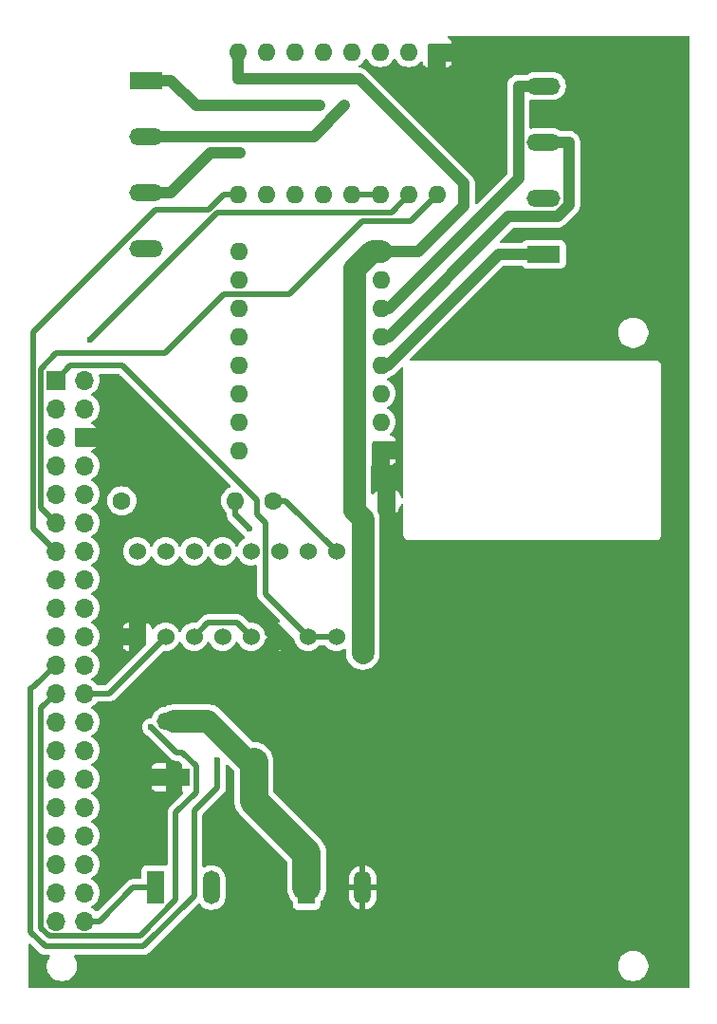
<source format=gbr>
%TF.GenerationSoftware,KiCad,Pcbnew,8.0.1*%
%TF.CreationDate,2024-05-06T13:05:29+02:00*%
%TF.ProjectId,BotBattle,426f7442-6174-4746-9c65-2e6b69636164,rev?*%
%TF.SameCoordinates,Original*%
%TF.FileFunction,Copper,L2,Bot*%
%TF.FilePolarity,Positive*%
%FSLAX46Y46*%
G04 Gerber Fmt 4.6, Leading zero omitted, Abs format (unit mm)*
G04 Created by KiCad (PCBNEW 8.0.1) date 2024-05-06 13:05:29*
%MOMM*%
%LPD*%
G01*
G04 APERTURE LIST*
%TA.AperFunction,ComponentPad*%
%ADD10R,1.524000X1.524000*%
%TD*%
%TA.AperFunction,ComponentPad*%
%ADD11C,1.524000*%
%TD*%
%TA.AperFunction,ComponentPad*%
%ADD12C,1.600000*%
%TD*%
%TA.AperFunction,ComponentPad*%
%ADD13O,1.600000X1.600000*%
%TD*%
%TA.AperFunction,ComponentPad*%
%ADD14R,3.000000X1.500000*%
%TD*%
%TA.AperFunction,ComponentPad*%
%ADD15O,3.000000X1.500000*%
%TD*%
%TA.AperFunction,ComponentPad*%
%ADD16R,1.600000X1.600000*%
%TD*%
%TA.AperFunction,ComponentPad*%
%ADD17R,1.500000X3.000000*%
%TD*%
%TA.AperFunction,ComponentPad*%
%ADD18O,1.500000X3.000000*%
%TD*%
%TA.AperFunction,ComponentPad*%
%ADD19R,1.700000X1.700000*%
%TD*%
%TA.AperFunction,ComponentPad*%
%ADD20O,1.700000X1.700000*%
%TD*%
%TA.AperFunction,ViaPad*%
%ADD21C,2.000000*%
%TD*%
%TA.AperFunction,ViaPad*%
%ADD22C,0.600000*%
%TD*%
%TA.AperFunction,Conductor*%
%ADD23C,0.500000*%
%TD*%
%TA.AperFunction,Conductor*%
%ADD24C,1.000000*%
%TD*%
%TA.AperFunction,Conductor*%
%ADD25C,2.000000*%
%TD*%
%TA.AperFunction,Conductor*%
%ADD26C,2.500000*%
%TD*%
%TA.AperFunction,Conductor*%
%ADD27C,1.599800*%
%TD*%
G04 APERTURE END LIST*
D10*
%TO.P,U1,1,1*%
%TO.N,GND*%
X156720000Y-106620000D03*
D11*
%TO.P,U1,2,2*%
%TO.N,Net-(J3-Pin_24)*%
X159260000Y-106620000D03*
%TO.P,U1,3,3*%
%TO.N,Net-(J3-Pin_19)*%
X161800000Y-106620000D03*
%TO.P,U1,4,4*%
%TO.N,Net-(J3-Pin_21)*%
X164340000Y-106620000D03*
%TO.P,U1,5,5*%
%TO.N,Net-(J3-Pin_19)*%
X166880000Y-106620000D03*
%TO.P,U1,6,6*%
%TO.N,GND*%
X169420000Y-106620000D03*
%TO.P,U1,7,7*%
%TO.N,Net-(J3-3v3_power)*%
X171960000Y-106620000D03*
%TO.P,U1,8,8*%
X174500000Y-106620000D03*
%TO.P,U1,9,9*%
%TO.N,Net-(R1-Pad2)*%
X174500000Y-99000000D03*
%TO.P,U1,10,10*%
%TO.N,unconnected-(U1-Pad10)*%
X171960000Y-99000000D03*
%TO.P,U1,11,11*%
%TO.N,unconnected-(U1-Pad11)*%
X169420000Y-99000000D03*
%TO.P,U1,12,12*%
%TO.N,unconnected-(U1-Pad12)*%
X166880000Y-99000000D03*
%TO.P,U1,13,13*%
%TO.N,unconnected-(U1-Pad13)*%
X164340000Y-99000000D03*
%TO.P,U1,14,14*%
%TO.N,unconnected-(U1-Pad14)*%
X161800000Y-99000000D03*
%TO.P,U1,15,15*%
%TO.N,unconnected-(U1-Pad15)*%
X159260000Y-99000000D03*
%TO.P,U1,16,16*%
%TO.N,unconnected-(U1-Pad16)*%
X156720000Y-99000000D03*
%TD*%
D12*
%TO.P,R1,1*%
%TO.N,Net-(A1-VMOT)*%
X155340000Y-94500000D03*
D13*
%TO.P,R1,2*%
%TO.N,Net-(R1-Pad2)*%
X165500000Y-94500000D03*
%TD*%
D12*
%TO.P,R2,1*%
%TO.N,Net-(R1-Pad2)*%
X168840000Y-94500000D03*
D13*
%TO.P,R2,2*%
%TO.N,GND*%
X179000000Y-94500000D03*
%TD*%
D14*
%TO.P,J1,1,Pin_1*%
%TO.N,Net-(A1-A1)*%
X157500000Y-57000000D03*
D15*
%TO.P,J1,2,Pin_2*%
%TO.N,Net-(A1-A2)*%
X157500000Y-62000000D03*
%TO.P,J1,3,Pin_3*%
%TO.N,Net-(A1-B1)*%
X157500000Y-67000000D03*
%TO.P,J1,4,Pin_4*%
%TO.N,Net-(A1-B2)*%
X157500000Y-72000000D03*
%TD*%
D16*
%TO.P,A1,1,GND*%
%TO.N,GND*%
X183500000Y-54500000D03*
D13*
%TO.P,A1,2,~{FLT}*%
%TO.N,unconnected-(A1-~{FLT}-Pad2)*%
X180960000Y-54500000D03*
%TO.P,A1,3,A2*%
%TO.N,Net-(A1-A2)*%
X178420000Y-54500000D03*
%TO.P,A1,4,A1*%
%TO.N,Net-(A1-A1)*%
X175880000Y-54500000D03*
%TO.P,A1,5,B1*%
%TO.N,Net-(A1-B1)*%
X173340000Y-54500000D03*
%TO.P,A1,6,B2*%
%TO.N,Net-(A1-B2)*%
X170800000Y-54500000D03*
%TO.P,A1,7,GND*%
%TO.N,unconnected-(A1-GND-Pad7)*%
X168260000Y-54500000D03*
%TO.P,A1,8,VMOT*%
%TO.N,Net-(A1-VMOT)*%
X165720000Y-54500000D03*
%TO.P,A1,9,~{EN}*%
%TO.N,Net-(A1-~{EN})*%
X165720000Y-67200000D03*
%TO.P,A1,10,M0*%
%TO.N,unconnected-(A1-M0-Pad10)*%
X168260000Y-67200000D03*
%TO.P,A1,11,M1*%
%TO.N,unconnected-(A1-M1-Pad11)*%
X170800000Y-67200000D03*
%TO.P,A1,12,M2*%
%TO.N,unconnected-(A1-M2-Pad12)*%
X173340000Y-67200000D03*
%TO.P,A1,13,~{RST}*%
%TO.N,Net-(A1-~{RST})*%
X175880000Y-67200000D03*
%TO.P,A1,14,~{SLP}*%
X178420000Y-67200000D03*
%TO.P,A1,15,STEP*%
%TO.N,Net-(A1-STEP)*%
X180960000Y-67200000D03*
%TO.P,A1,16,DIR*%
%TO.N,Net-(A1-DIR)*%
X183500000Y-67200000D03*
%TD*%
D14*
%TO.P,J2,1,Pin_1*%
%TO.N,Net-(A2-A1)*%
X193000000Y-72500000D03*
D15*
%TO.P,J2,2,Pin_2*%
%TO.N,Net-(A2-A2)*%
X193000000Y-67500000D03*
%TO.P,J2,3,Pin_3*%
%TO.N,Net-(A2-B1)*%
X193000000Y-62500000D03*
%TO.P,J2,4,Pin_4*%
%TO.N,Net-(A2-B2)*%
X193000000Y-57500000D03*
%TD*%
D17*
%TO.P,J7,1,Pin_1*%
%TO.N,Net-(A1-VMOT)*%
X171850000Y-129000000D03*
D18*
%TO.P,J7,2,Pin_2*%
%TO.N,GND*%
X176850000Y-129000000D03*
%TD*%
D17*
%TO.P,J6,1,Pin_1*%
%TO.N,Net-(J3-Pin_40)*%
X158350000Y-129000000D03*
D18*
%TO.P,J6,2,Pin_2*%
%TO.N,Net-(J3-Pin_35)*%
X163350000Y-129000000D03*
%TD*%
D16*
%TO.P,A2,1,GND*%
%TO.N,GND*%
X178500000Y-90000000D03*
D13*
%TO.P,A2,2,~{FLT}*%
%TO.N,unconnected-(A2-~{FLT}-Pad2)*%
X178500000Y-87460000D03*
%TO.P,A2,3,A2*%
%TO.N,Net-(A2-A2)*%
X178500000Y-84920000D03*
%TO.P,A2,4,A1*%
%TO.N,Net-(A2-A1)*%
X178500000Y-82380000D03*
%TO.P,A2,5,B1*%
%TO.N,Net-(A2-B1)*%
X178500000Y-79840000D03*
%TO.P,A2,6,B2*%
%TO.N,Net-(A2-B2)*%
X178500000Y-77300000D03*
%TO.P,A2,7,GND*%
%TO.N,unconnected-(A2-GND-Pad7)*%
X178500000Y-74760000D03*
%TO.P,A2,8,VMOT*%
%TO.N,Net-(A1-VMOT)*%
X178500000Y-72220000D03*
%TO.P,A2,9,~{EN}*%
%TO.N,Net-(A2-~{EN})*%
X165800000Y-72220000D03*
%TO.P,A2,10,M0*%
%TO.N,unconnected-(A2-M0-Pad10)*%
X165800000Y-74760000D03*
%TO.P,A2,11,M1*%
%TO.N,unconnected-(A2-M1-Pad11)*%
X165800000Y-77300000D03*
%TO.P,A2,12,M2*%
%TO.N,unconnected-(A2-M2-Pad12)*%
X165800000Y-79840000D03*
%TO.P,A2,13,~{RST}*%
%TO.N,Net-(A2-~{RST})*%
X165800000Y-82380000D03*
%TO.P,A2,14,~{SLP}*%
X165800000Y-84920000D03*
%TO.P,A2,15,STEP*%
%TO.N,Net-(A2-STEP)*%
X165800000Y-87460000D03*
%TO.P,A2,16,DIR*%
%TO.N,Net-(A2-DIR)*%
X165800000Y-90000000D03*
%TD*%
D14*
%TO.P,J5,1,Pin_1*%
%TO.N,GND*%
X160000000Y-119150000D03*
D15*
%TO.P,J5,2,Pin_2*%
%TO.N,Net-(A1-VMOT)*%
X160000000Y-114150000D03*
%TD*%
D19*
%TO.P,J3,1,3v3_power*%
%TO.N,Net-(J3-3v3_power)*%
X149460000Y-83740000D03*
D20*
%TO.P,J3,2,Pin_2*%
%TO.N,unconnected-(J3-Pin_2-Pad2)*%
X152000000Y-83740000D03*
%TO.P,J3,3,GPIO_2(SDA)*%
%TO.N,unconnected-(J3-GPIO_2(SDA)-Pad3)*%
X149460000Y-86280000D03*
%TO.P,J3,4,Pin_4*%
%TO.N,unconnected-(J3-Pin_4-Pad4)*%
X152000000Y-86280000D03*
%TO.P,J3,5,GPIO_3(SCL)*%
%TO.N,unconnected-(J3-GPIO_3(SCL)-Pad5)*%
X149460000Y-88820000D03*
%TO.P,J3,6,Pin_6*%
%TO.N,GND*%
X152000000Y-88820000D03*
%TO.P,J3,7,Pin_7*%
%TO.N,unconnected-(J3-Pin_7-Pad7)*%
X149460000Y-91360000D03*
%TO.P,J3,8,Pin_8*%
%TO.N,unconnected-(J3-Pin_8-Pad8)*%
X152000000Y-91360000D03*
%TO.P,J3,9,Pin_9*%
%TO.N,unconnected-(J3-Pin_9-Pad9)*%
X149460000Y-93900000D03*
%TO.P,J3,10,Pin_10*%
%TO.N,unconnected-(J3-Pin_10-Pad10)*%
X152000000Y-93900000D03*
%TO.P,J3,11,Pin_11*%
%TO.N,Net-(A1-DIR)*%
X149460000Y-96440000D03*
%TO.P,J3,12,Pin_12*%
%TO.N,unconnected-(J3-Pin_12-Pad12)*%
X152000000Y-96440000D03*
%TO.P,J3,13,Pin_13*%
%TO.N,Net-(A1-~{EN})*%
X149460000Y-98980000D03*
%TO.P,J3,14,Pin_14*%
%TO.N,unconnected-(J3-Pin_14-Pad14)*%
X152000000Y-98980000D03*
%TO.P,J3,15,Pin_15*%
%TO.N,unconnected-(J3-Pin_15-Pad15)*%
X149460000Y-101520000D03*
%TO.P,J3,16,Pin_16*%
%TO.N,unconnected-(J3-Pin_16-Pad16)*%
X152000000Y-101520000D03*
%TO.P,J3,17,Pin_17*%
%TO.N,unconnected-(J3-Pin_17-Pad17)*%
X149460000Y-104060000D03*
%TO.P,J3,18,Pin_18*%
%TO.N,unconnected-(J3-Pin_18-Pad18)*%
X152000000Y-104060000D03*
%TO.P,J3,19,Pin_19*%
%TO.N,Net-(J3-Pin_19)*%
X149460000Y-106600000D03*
%TO.P,J3,20,Pin_20*%
%TO.N,unconnected-(J3-Pin_20-Pad20)*%
X152000000Y-106600000D03*
%TO.P,J3,21,Pin_21*%
%TO.N,Net-(J3-Pin_21)*%
X149460000Y-109140000D03*
%TO.P,J3,22,Pin_22*%
%TO.N,unconnected-(J3-Pin_22-Pad22)*%
X152000000Y-109140000D03*
%TO.P,J3,23,Pin_23*%
%TO.N,Net-(J3-Pin_19)*%
X149460000Y-111680000D03*
%TO.P,J3,24,Pin_24*%
%TO.N,Net-(J3-Pin_24)*%
X152000000Y-111680000D03*
%TO.P,J3,25,Pin_25*%
%TO.N,unconnected-(J3-Pin_25-Pad25)*%
X149460000Y-114220000D03*
%TO.P,J3,26,Pin_26*%
%TO.N,unconnected-(J3-Pin_26-Pad26)*%
X152000000Y-114220000D03*
%TO.P,J3,27,Pin_27*%
%TO.N,unconnected-(J3-Pin_27-Pad27)*%
X149460000Y-116760000D03*
%TO.P,J3,28,Pin_28*%
%TO.N,Net-(A2-~{EN})*%
X152000000Y-116760000D03*
%TO.P,J3,29,Pin_29*%
%TO.N,unconnected-(J3-Pin_29-Pad29)*%
X149460000Y-119300000D03*
%TO.P,J3,30,Pin_30*%
%TO.N,unconnected-(J3-Pin_30-Pad30)*%
X152000000Y-119300000D03*
%TO.P,J3,31,Pin_31*%
%TO.N,unconnected-(J3-Pin_31-Pad31)*%
X149460000Y-121840000D03*
%TO.P,J3,32,Pin_32*%
%TO.N,Net-(A2-STEP)*%
X152000000Y-121840000D03*
%TO.P,J3,33,Pin_33*%
%TO.N,Net-(A1-STEP)*%
X149460000Y-124380000D03*
%TO.P,J3,34,Pin_34*%
%TO.N,unconnected-(J3-Pin_34-Pad34)*%
X152000000Y-124380000D03*
%TO.P,J3,35,Pin_35*%
%TO.N,Net-(J3-Pin_35)*%
X149460000Y-126920000D03*
%TO.P,J3,36,Pin_36*%
%TO.N,unconnected-(J3-Pin_36-Pad36)*%
X152000000Y-126920000D03*
%TO.P,J3,37,Pin_37*%
%TO.N,unconnected-(J3-Pin_37-Pad37)*%
X149460000Y-129460000D03*
%TO.P,J3,38,Pin_38*%
%TO.N,Net-(A2-DIR)*%
X152000000Y-129460000D03*
%TO.P,J3,39,Pin_39*%
%TO.N,unconnected-(J3-Pin_39-Pad39)*%
X149460000Y-132000000D03*
%TO.P,J3,40,Pin_40*%
%TO.N,Net-(J3-Pin_40)*%
X152000000Y-132000000D03*
%TD*%
D21*
%TO.N,Net-(A1-VMOT)*%
X176860500Y-108067200D03*
X167149600Y-117778100D03*
D22*
%TO.N,Net-(J3-Pin_19)*%
X157948300Y-114689300D03*
%TO.N,Net-(A1-B1)*%
X165897700Y-63492300D03*
%TO.N,Net-(A1-A2)*%
X175234600Y-59235400D03*
%TO.N,Net-(A1-A1)*%
X173035200Y-59235400D03*
%TO.N,Net-(A1-STEP)*%
X152527500Y-80123700D03*
%TO.N,Net-(J3-Pin_21)*%
X163893700Y-117659400D03*
%TO.N,Net-(R1-Pad2)*%
X166744700Y-97000000D03*
%TD*%
D23*
%TO.N,Net-(J3-Pin_19)*%
X149460000Y-111680000D02*
X148143300Y-112996700D01*
X160174800Y-122294600D02*
X161983000Y-120486400D01*
X148863000Y-133306700D02*
X156966500Y-133306700D01*
X156966500Y-133306700D02*
X160174800Y-130098400D01*
X148143300Y-112996700D02*
X148143300Y-132587000D01*
X148143300Y-132587000D02*
X148863000Y-133306700D01*
X160174800Y-130098400D02*
X160174800Y-122294600D01*
X161983000Y-120486400D02*
X161983000Y-118183500D01*
X161983000Y-118183500D02*
X160747200Y-116947700D01*
X160747200Y-116947700D02*
X160206700Y-116947700D01*
X160206700Y-116947700D02*
X157948300Y-114689300D01*
%TO.N,Net-(J3-Pin_21)*%
X147184650Y-111215350D02*
X147184650Y-132934650D01*
X147184650Y-132934650D02*
X148500000Y-134250000D01*
X148500000Y-134250000D02*
X157257200Y-134250000D01*
X157257200Y-134250000D02*
X161790200Y-129717000D01*
X161790200Y-129717000D02*
X161790200Y-129475400D01*
%TO.N,Net-(R1-Pad2)*%
X165500000Y-95800000D02*
X165500000Y-94500000D01*
X166744700Y-97000000D02*
X165544700Y-95800000D01*
X165544700Y-95800000D02*
X165500000Y-95800000D01*
%TO.N,Net-(J3-3v3_power)*%
X171960000Y-106620000D02*
X168150000Y-102810000D01*
X167417700Y-94417700D02*
X155436700Y-82436700D01*
X168150000Y-102810000D02*
X168150000Y-96453500D01*
X168150000Y-96453500D02*
X167417700Y-95721200D01*
X167417700Y-95721200D02*
X167417700Y-94417700D01*
X155436700Y-82436700D02*
X150763300Y-82436700D01*
X150763300Y-82436700D02*
X149460000Y-83740000D01*
D24*
%TO.N,Net-(A1-B1)*%
X163257700Y-63492300D02*
X165897700Y-63492300D01*
X157500000Y-67000000D02*
X159750000Y-67000000D01*
X159750000Y-67000000D02*
X163257700Y-63492300D01*
D23*
%TO.N,Net-(A1-~{RST})*%
X178420000Y-67200000D02*
X175880000Y-67200000D01*
%TO.N,Net-(A1-DIR)*%
X181151700Y-69548300D02*
X183500000Y-67200000D01*
X170302400Y-76030000D02*
X176784100Y-69548300D01*
X149505500Y-81347500D02*
X159175000Y-81347500D01*
X176784100Y-69548300D02*
X181151700Y-69548300D01*
X148136800Y-95116800D02*
X148136800Y-82716200D01*
X149460000Y-96440000D02*
X148136800Y-95116800D01*
X159175000Y-81347500D02*
X164492500Y-76030000D01*
X148136800Y-82716200D02*
X149505500Y-81347500D01*
X164492500Y-76030000D02*
X170302400Y-76030000D01*
D24*
%TO.N,Net-(A1-A2)*%
X159750000Y-62000000D02*
X172470000Y-62000000D01*
X157500000Y-62000000D02*
X159750000Y-62000000D01*
X172470000Y-62000000D02*
X175234600Y-59235400D01*
D23*
%TO.N,Net-(J3-Pin_19)*%
X161800000Y-106620000D02*
X163041200Y-105378800D01*
X163041200Y-105378800D02*
X165638800Y-105378800D01*
X165638800Y-105378800D02*
X166880000Y-106620000D01*
D24*
%TO.N,Net-(A1-A1)*%
X161985400Y-59235400D02*
X173035200Y-59235400D01*
X159750000Y-57000000D02*
X161985400Y-59235400D01*
X157500000Y-57000000D02*
X159750000Y-57000000D01*
D23*
%TO.N,Net-(A1-STEP)*%
X152527500Y-80123700D02*
X163902600Y-68748600D01*
X179411400Y-68748600D02*
X180960000Y-67200000D01*
X163902600Y-68748600D02*
X179411400Y-68748600D01*
%TO.N,Net-(A1-~{EN})*%
X147420000Y-79468600D02*
X147420000Y-96940000D01*
X147420000Y-96940000D02*
X149460000Y-98980000D01*
X163120000Y-68500000D02*
X158388600Y-68500000D01*
X165720000Y-67200000D02*
X164420000Y-67200000D01*
X164420000Y-67200000D02*
X163120000Y-68500000D01*
X158388600Y-68500000D02*
X147420000Y-79468600D01*
D24*
%TO.N,Net-(A2-B2)*%
X190750000Y-65750000D02*
X190750000Y-57500000D01*
X178500000Y-77300000D02*
X179200000Y-77300000D01*
X190750000Y-57500000D02*
X193000000Y-57500000D01*
X179200000Y-77300000D02*
X190750000Y-65750000D01*
%TO.N,Net-(A2-A1)*%
X193000000Y-72500000D02*
X188982500Y-72500000D01*
X188982500Y-72500000D02*
X179102500Y-82380000D01*
X179102500Y-82380000D02*
X178500000Y-82380000D01*
%TO.N,Net-(A2-B1)*%
X195250000Y-68101300D02*
X194226300Y-69125000D01*
X195250000Y-62500000D02*
X195250000Y-68101300D01*
X189875000Y-69125000D02*
X179160000Y-79840000D01*
X193000000Y-62500000D02*
X195250000Y-62500000D01*
X179160000Y-79840000D02*
X178500000Y-79840000D01*
X194226300Y-69125000D02*
X189875000Y-69125000D01*
D23*
%TO.N,Net-(J3-Pin_24)*%
X152000000Y-111680000D02*
X154200000Y-111680000D01*
X154200000Y-111680000D02*
X159260000Y-106620000D01*
%TO.N,Net-(J3-Pin_21)*%
X163893700Y-120063200D02*
X163893700Y-117659400D01*
X149460000Y-109140000D02*
X147441600Y-111158400D01*
X161790200Y-122166700D02*
X163893700Y-120063200D01*
X161790200Y-129475400D02*
X161790200Y-122166700D01*
%TO.N,Net-(J3-3v3_power)*%
X174500000Y-106620000D02*
X171960000Y-106620000D01*
%TO.N,Net-(R1-Pad2)*%
X168840000Y-94500000D02*
X170000000Y-94500000D01*
X170000000Y-94500000D02*
X174500000Y-99000000D01*
%TO.N,Net-(J3-Pin_40)*%
X156350000Y-129000000D02*
X158350000Y-129000000D01*
X153350000Y-132000000D02*
X156350000Y-129000000D01*
X152000000Y-132000000D02*
X153350000Y-132000000D01*
D24*
%TO.N,Net-(A1-VMOT)*%
X165720000Y-56851700D02*
X176541500Y-56851700D01*
D25*
X176860500Y-108067200D02*
X176860500Y-96103300D01*
D24*
X176541500Y-56851700D02*
X185872900Y-66183100D01*
D25*
X176117800Y-73818798D02*
X177716598Y-72220000D01*
D26*
X171850000Y-125948300D02*
X171850000Y-129000000D01*
D24*
X185872900Y-66183100D02*
X185872900Y-68158100D01*
D25*
X166679800Y-117778100D02*
X163051700Y-114150000D01*
X163051700Y-114150000D02*
X160000000Y-114150000D01*
D24*
X181811000Y-72220000D02*
X178500000Y-72220000D01*
D25*
X176860500Y-96103300D02*
X176117800Y-95360600D01*
D27*
X178310200Y-72409800D02*
X178500000Y-72220000D01*
D26*
X167149600Y-117778100D02*
X167149600Y-121247900D01*
D24*
X165720000Y-54500000D02*
X165720000Y-56851700D01*
D26*
X167149600Y-121247900D02*
X171850000Y-125948300D01*
D25*
X177716598Y-72220000D02*
X178500000Y-72220000D01*
X176117800Y-95360600D02*
X176117800Y-73818798D01*
D24*
X185872900Y-68158100D02*
X181811000Y-72220000D01*
D25*
X167149600Y-117778100D02*
X166679800Y-117778100D01*
%TD*%
%TA.AperFunction,Conductor*%
%TO.N,GND*%
G36*
X205942539Y-53020185D02*
G01*
X205988294Y-53072989D01*
X205999500Y-53124500D01*
X205999500Y-137875500D01*
X205979815Y-137942539D01*
X205927011Y-137988294D01*
X205875500Y-137999500D01*
X147124000Y-137999500D01*
X147056961Y-137979815D01*
X147011206Y-137927011D01*
X147000000Y-137875500D01*
X147000000Y-134110730D01*
X147019685Y-134043691D01*
X147072489Y-133997936D01*
X147141647Y-133987992D01*
X147205203Y-134017017D01*
X147211681Y-134023049D01*
X148021586Y-134832954D01*
X148039539Y-134844949D01*
X148095270Y-134882186D01*
X148144505Y-134915084D01*
X148144506Y-134915084D01*
X148144507Y-134915085D01*
X148144509Y-134915086D01*
X148276833Y-134969896D01*
X148281087Y-134971658D01*
X148281091Y-134971658D01*
X148281092Y-134971659D01*
X148426079Y-135000500D01*
X148426082Y-135000500D01*
X148426083Y-135000500D01*
X148573918Y-135000500D01*
X148813505Y-135000500D01*
X148880544Y-135020185D01*
X148926299Y-135072989D01*
X148936243Y-135142147D01*
X148913823Y-135197385D01*
X148844951Y-135292179D01*
X148748444Y-135481585D01*
X148682753Y-135683760D01*
X148649500Y-135893713D01*
X148649500Y-136106286D01*
X148682753Y-136316239D01*
X148748444Y-136518414D01*
X148844951Y-136707820D01*
X148969890Y-136879786D01*
X149120213Y-137030109D01*
X149292179Y-137155048D01*
X149292181Y-137155049D01*
X149292184Y-137155051D01*
X149481588Y-137251557D01*
X149683757Y-137317246D01*
X149893713Y-137350500D01*
X149893714Y-137350500D01*
X150106286Y-137350500D01*
X150106287Y-137350500D01*
X150316243Y-137317246D01*
X150518412Y-137251557D01*
X150707816Y-137155051D01*
X150729789Y-137139086D01*
X150879786Y-137030109D01*
X150879788Y-137030106D01*
X150879792Y-137030104D01*
X151030104Y-136879792D01*
X151030106Y-136879788D01*
X151030109Y-136879786D01*
X151155048Y-136707820D01*
X151155047Y-136707820D01*
X151155051Y-136707816D01*
X151251557Y-136518412D01*
X151317246Y-136316243D01*
X151350500Y-136106287D01*
X151350500Y-136106286D01*
X199649500Y-136106286D01*
X199682753Y-136316239D01*
X199748444Y-136518414D01*
X199844951Y-136707820D01*
X199969890Y-136879786D01*
X200120213Y-137030109D01*
X200292179Y-137155048D01*
X200292181Y-137155049D01*
X200292184Y-137155051D01*
X200481588Y-137251557D01*
X200683757Y-137317246D01*
X200893713Y-137350500D01*
X200893714Y-137350500D01*
X201106286Y-137350500D01*
X201106287Y-137350500D01*
X201316243Y-137317246D01*
X201518412Y-137251557D01*
X201707816Y-137155051D01*
X201729789Y-137139086D01*
X201879786Y-137030109D01*
X201879788Y-137030106D01*
X201879792Y-137030104D01*
X202030104Y-136879792D01*
X202030106Y-136879788D01*
X202030109Y-136879786D01*
X202155048Y-136707820D01*
X202155047Y-136707820D01*
X202155051Y-136707816D01*
X202251557Y-136518412D01*
X202317246Y-136316243D01*
X202350500Y-136106287D01*
X202350500Y-135893713D01*
X202317246Y-135683757D01*
X202251557Y-135481588D01*
X202155051Y-135292184D01*
X202155049Y-135292181D01*
X202155048Y-135292179D01*
X202030109Y-135120213D01*
X201879786Y-134969890D01*
X201707820Y-134844951D01*
X201518414Y-134748444D01*
X201518413Y-134748443D01*
X201518412Y-134748443D01*
X201316243Y-134682754D01*
X201316241Y-134682753D01*
X201316240Y-134682753D01*
X201154957Y-134657208D01*
X201106287Y-134649500D01*
X200893713Y-134649500D01*
X200845042Y-134657208D01*
X200683760Y-134682753D01*
X200481585Y-134748444D01*
X200292179Y-134844951D01*
X200120213Y-134969890D01*
X199969890Y-135120213D01*
X199844951Y-135292179D01*
X199748444Y-135481585D01*
X199682753Y-135683760D01*
X199649500Y-135893713D01*
X199649500Y-136106286D01*
X151350500Y-136106286D01*
X151350500Y-135893713D01*
X151317246Y-135683757D01*
X151251557Y-135481588D01*
X151155051Y-135292184D01*
X151155049Y-135292181D01*
X151155048Y-135292179D01*
X151086177Y-135197385D01*
X151062697Y-135131578D01*
X151078523Y-135063525D01*
X151128629Y-135014830D01*
X151186495Y-135000500D01*
X157331120Y-135000500D01*
X157428662Y-134981096D01*
X157476113Y-134971658D01*
X157612695Y-134915084D01*
X157661929Y-134882186D01*
X157661934Y-134882183D01*
X157717660Y-134844949D01*
X157735616Y-134832952D01*
X162128449Y-130440117D01*
X162189770Y-130406634D01*
X162259462Y-130411618D01*
X162315395Y-130453490D01*
X162316445Y-130454914D01*
X162383988Y-130547876D01*
X162396172Y-130564646D01*
X162535354Y-130703828D01*
X162694595Y-130819524D01*
X162718247Y-130831575D01*
X162869970Y-130908882D01*
X162869972Y-130908882D01*
X162869975Y-130908884D01*
X162970317Y-130941487D01*
X163057173Y-130969709D01*
X163251578Y-131000500D01*
X163251583Y-131000500D01*
X163448422Y-131000500D01*
X163642826Y-130969709D01*
X163722574Y-130943797D01*
X163830025Y-130908884D01*
X164005405Y-130819524D01*
X164164646Y-130703828D01*
X164303828Y-130564646D01*
X164419524Y-130405405D01*
X164508884Y-130230025D01*
X164569709Y-130042826D01*
X164587257Y-129932032D01*
X164600500Y-129848422D01*
X164600500Y-128151577D01*
X164569709Y-127957173D01*
X164515846Y-127791402D01*
X164508884Y-127769975D01*
X164508882Y-127769972D01*
X164508882Y-127769970D01*
X164461743Y-127677455D01*
X164419524Y-127594595D01*
X164303828Y-127435354D01*
X164164646Y-127296172D01*
X164005405Y-127180476D01*
X163956216Y-127155413D01*
X163830029Y-127091117D01*
X163642826Y-127030290D01*
X163448422Y-126999500D01*
X163448417Y-126999500D01*
X163251583Y-126999500D01*
X163251578Y-126999500D01*
X163057173Y-127030290D01*
X162869967Y-127091118D01*
X162720994Y-127167024D01*
X162652325Y-127179920D01*
X162587585Y-127153643D01*
X162547328Y-127096537D01*
X162540700Y-127056539D01*
X162540700Y-122528929D01*
X162560385Y-122461890D01*
X162577019Y-122441248D01*
X164476648Y-120541619D01*
X164476651Y-120541616D01*
X164558784Y-120418695D01*
X164569180Y-120393598D01*
X164589993Y-120343350D01*
X164615358Y-120282113D01*
X164636559Y-120175532D01*
X164644200Y-120137120D01*
X164644200Y-118163889D01*
X164663885Y-118096850D01*
X164716689Y-118051095D01*
X164785847Y-118041151D01*
X164849403Y-118070176D01*
X164855881Y-118076208D01*
X165362781Y-118583108D01*
X165396266Y-118644431D01*
X165399100Y-118670789D01*
X165399100Y-121362641D01*
X165424046Y-121552115D01*
X165429052Y-121590138D01*
X165432925Y-121604592D01*
X165488442Y-121811787D01*
X165576250Y-122023776D01*
X165576257Y-122023791D01*
X165670972Y-122187842D01*
X165690989Y-122222512D01*
X165704879Y-122240614D01*
X165704881Y-122240617D01*
X165704882Y-122240617D01*
X165830678Y-122404559D01*
X165830684Y-122404566D01*
X170063181Y-126637062D01*
X170096666Y-126698385D01*
X170099500Y-126724743D01*
X170099500Y-129114741D01*
X170117308Y-129250000D01*
X170129452Y-129342238D01*
X170146572Y-129406132D01*
X170188842Y-129563887D01*
X170276650Y-129775876D01*
X170276657Y-129775890D01*
X170391392Y-129974617D01*
X170531081Y-130156661D01*
X170531088Y-130156669D01*
X170563180Y-130188760D01*
X170596666Y-130250082D01*
X170599500Y-130276442D01*
X170599500Y-130547869D01*
X170599501Y-130547876D01*
X170605908Y-130607483D01*
X170656202Y-130742328D01*
X170656206Y-130742335D01*
X170742452Y-130857544D01*
X170742455Y-130857547D01*
X170857664Y-130943793D01*
X170857671Y-130943797D01*
X170992517Y-130994091D01*
X170992516Y-130994091D01*
X170999444Y-130994835D01*
X171052127Y-131000500D01*
X172647872Y-131000499D01*
X172707483Y-130994091D01*
X172842331Y-130943796D01*
X172957546Y-130857546D01*
X173043796Y-130742331D01*
X173094091Y-130607483D01*
X173100500Y-130547873D01*
X173100499Y-130276441D01*
X173120183Y-130209403D01*
X173136816Y-130188762D01*
X173168919Y-130156661D01*
X173308611Y-129974612D01*
X173381490Y-129848382D01*
X175600000Y-129848382D01*
X175630778Y-130042705D01*
X175691581Y-130229835D01*
X175780904Y-130405143D01*
X175896555Y-130564321D01*
X176035678Y-130703444D01*
X176194856Y-130819095D01*
X176370162Y-130908418D01*
X176557283Y-130969218D01*
X176600000Y-130975984D01*
X176600000Y-129519615D01*
X176628058Y-129535815D01*
X176774300Y-129575000D01*
X176925700Y-129575000D01*
X177071942Y-129535815D01*
X177100000Y-129519615D01*
X177100000Y-130975983D01*
X177142716Y-130969218D01*
X177329837Y-130908418D01*
X177505143Y-130819095D01*
X177664321Y-130703444D01*
X177803444Y-130564321D01*
X177919095Y-130405143D01*
X178008418Y-130229835D01*
X178069221Y-130042705D01*
X178100000Y-129848382D01*
X178100000Y-129250000D01*
X177369616Y-129250000D01*
X177385815Y-129221942D01*
X177425000Y-129075700D01*
X177425000Y-128924300D01*
X177385815Y-128778058D01*
X177369616Y-128750000D01*
X178100000Y-128750000D01*
X178100000Y-128151617D01*
X178069221Y-127957294D01*
X178008418Y-127770164D01*
X177919095Y-127594856D01*
X177803444Y-127435678D01*
X177664321Y-127296555D01*
X177505143Y-127180904D01*
X177329835Y-127091581D01*
X177142705Y-127030778D01*
X177100000Y-127024014D01*
X177100000Y-128480384D01*
X177071942Y-128464185D01*
X176925700Y-128425000D01*
X176774300Y-128425000D01*
X176628058Y-128464185D01*
X176600000Y-128480384D01*
X176600000Y-127024014D01*
X176599999Y-127024014D01*
X176557294Y-127030778D01*
X176370164Y-127091581D01*
X176194856Y-127180904D01*
X176035678Y-127296555D01*
X175896555Y-127435678D01*
X175780904Y-127594856D01*
X175691581Y-127770164D01*
X175630778Y-127957294D01*
X175600000Y-128151617D01*
X175600000Y-128750000D01*
X176330384Y-128750000D01*
X176314185Y-128778058D01*
X176275000Y-128924300D01*
X176275000Y-129075700D01*
X176314185Y-129221942D01*
X176330384Y-129250000D01*
X175600000Y-129250000D01*
X175600000Y-129848382D01*
X173381490Y-129848382D01*
X173423344Y-129775888D01*
X173511158Y-129563887D01*
X173570548Y-129342238D01*
X173600500Y-129114734D01*
X173600500Y-125833566D01*
X173570548Y-125606062D01*
X173511158Y-125384413D01*
X173423344Y-125172412D01*
X173350675Y-125046546D01*
X173308611Y-124973688D01*
X173208841Y-124843664D01*
X173208837Y-124843661D01*
X173208832Y-124843655D01*
X173168919Y-124791638D01*
X173168918Y-124791637D01*
X173168914Y-124791632D01*
X168936419Y-120559137D01*
X168902934Y-120497814D01*
X168900100Y-120471456D01*
X168900100Y-117663372D01*
X168900099Y-117663358D01*
X168893441Y-117612785D01*
X168870148Y-117435862D01*
X168810758Y-117214213D01*
X168722944Y-117002212D01*
X168608211Y-116803488D01*
X168608208Y-116803485D01*
X168608207Y-116803482D01*
X168468518Y-116621438D01*
X168468511Y-116621430D01*
X168306270Y-116459189D01*
X168306261Y-116459181D01*
X168124217Y-116319492D01*
X168084123Y-116296344D01*
X167925488Y-116204756D01*
X167925476Y-116204750D01*
X167713487Y-116116942D01*
X167491838Y-116057552D01*
X167453815Y-116052546D01*
X167264341Y-116027600D01*
X167264334Y-116027600D01*
X167102689Y-116027600D01*
X167035650Y-116007915D01*
X167015008Y-115991281D01*
X164029211Y-113005484D01*
X164009435Y-112991116D01*
X163838134Y-112866657D01*
X163802352Y-112848425D01*
X163627696Y-112759433D01*
X163403068Y-112686446D01*
X163169797Y-112649500D01*
X163169792Y-112649500D01*
X159881908Y-112649500D01*
X159881903Y-112649500D01*
X159648631Y-112686446D01*
X159424003Y-112759433D01*
X159213564Y-112866658D01*
X159197122Y-112878604D01*
X159143638Y-112900757D01*
X158957172Y-112930291D01*
X158769970Y-112991117D01*
X158594594Y-113080476D01*
X158503741Y-113146485D01*
X158435354Y-113196172D01*
X158435352Y-113196174D01*
X158435351Y-113196174D01*
X158296174Y-113335351D01*
X158296174Y-113335352D01*
X158296172Y-113335354D01*
X158286549Y-113348599D01*
X158180476Y-113494594D01*
X158091117Y-113669970D01*
X158049129Y-113799196D01*
X158009691Y-113856871D01*
X157945332Y-113884069D01*
X157945081Y-113884097D01*
X157769050Y-113903930D01*
X157769045Y-113903931D01*
X157598776Y-113963511D01*
X157446037Y-114059484D01*
X157318484Y-114187037D01*
X157222511Y-114339776D01*
X157162931Y-114510045D01*
X157162930Y-114510050D01*
X157142735Y-114689296D01*
X157142735Y-114689303D01*
X157162930Y-114868549D01*
X157162931Y-114868554D01*
X157222511Y-115038823D01*
X157255549Y-115091402D01*
X157318484Y-115191562D01*
X157446038Y-115319116D01*
X157598778Y-115415089D01*
X157598780Y-115415089D01*
X157598784Y-115415092D01*
X157605056Y-115418113D01*
X157604169Y-115419953D01*
X157640239Y-115442607D01*
X159728286Y-117530654D01*
X159757758Y-117550345D01*
X159801970Y-117579886D01*
X159851205Y-117612784D01*
X159851206Y-117612784D01*
X159851207Y-117612785D01*
X159851209Y-117612786D01*
X159973321Y-117663366D01*
X159987787Y-117669358D01*
X159987791Y-117669358D01*
X159987792Y-117669359D01*
X160132779Y-117698200D01*
X160132782Y-117698200D01*
X160132783Y-117698200D01*
X160280617Y-117698200D01*
X160384970Y-117698200D01*
X160452009Y-117717885D01*
X160472651Y-117734519D01*
X160713681Y-117975549D01*
X160747166Y-118036871D01*
X160750000Y-118063229D01*
X160750000Y-120400000D01*
X160767180Y-120417180D01*
X160775709Y-120419685D01*
X160821464Y-120472489D01*
X160831408Y-120541647D01*
X160802383Y-120605203D01*
X160796351Y-120611681D01*
X159591850Y-121816180D01*
X159591844Y-121816188D01*
X159542612Y-121889868D01*
X159542613Y-121889869D01*
X159509721Y-121939096D01*
X159509714Y-121939108D01*
X159453142Y-122075686D01*
X159453140Y-122075692D01*
X159424300Y-122220679D01*
X159424300Y-126908183D01*
X159404615Y-126975222D01*
X159351811Y-127020977D01*
X159282653Y-127030921D01*
X159256967Y-127024365D01*
X159207482Y-127005908D01*
X159207483Y-127005908D01*
X159147883Y-126999501D01*
X159147881Y-126999500D01*
X159147873Y-126999500D01*
X159147864Y-126999500D01*
X157552129Y-126999500D01*
X157552123Y-126999501D01*
X157492516Y-127005908D01*
X157357671Y-127056202D01*
X157357664Y-127056206D01*
X157242455Y-127142452D01*
X157242452Y-127142455D01*
X157156206Y-127257664D01*
X157156202Y-127257671D01*
X157105908Y-127392517D01*
X157099501Y-127452116D01*
X157099500Y-127452135D01*
X157099500Y-128125500D01*
X157079815Y-128192539D01*
X157027011Y-128238294D01*
X156975500Y-128249500D01*
X156276082Y-128249500D01*
X156248116Y-128255063D01*
X156248115Y-128255063D01*
X156131094Y-128278339D01*
X156131087Y-128278341D01*
X156080347Y-128299359D01*
X155994506Y-128334915D01*
X155912372Y-128389795D01*
X155871585Y-128417047D01*
X155871581Y-128417050D01*
X153186944Y-131101686D01*
X153125621Y-131135171D01*
X153055929Y-131130187D01*
X153011582Y-131101686D01*
X152871402Y-130961506D01*
X152871396Y-130961501D01*
X152685842Y-130831575D01*
X152642217Y-130776998D01*
X152635023Y-130707500D01*
X152666546Y-130645145D01*
X152685842Y-130628425D01*
X152776926Y-130564647D01*
X152871401Y-130498495D01*
X153038495Y-130331401D01*
X153174035Y-130137830D01*
X153273903Y-129923663D01*
X153335063Y-129695408D01*
X153355659Y-129460000D01*
X153335063Y-129224592D01*
X153273903Y-128996337D01*
X153174035Y-128782171D01*
X153168425Y-128774158D01*
X153038494Y-128588597D01*
X152871402Y-128421506D01*
X152871396Y-128421501D01*
X152685842Y-128291575D01*
X152642217Y-128236998D01*
X152635023Y-128167500D01*
X152666546Y-128105145D01*
X152685842Y-128088425D01*
X152708026Y-128072891D01*
X152871401Y-127958495D01*
X153038495Y-127791401D01*
X153174035Y-127597830D01*
X153273903Y-127383663D01*
X153335063Y-127155408D01*
X153355659Y-126920000D01*
X153335063Y-126684592D01*
X153273903Y-126456337D01*
X153174035Y-126242171D01*
X153168425Y-126234158D01*
X153038494Y-126048597D01*
X152871402Y-125881506D01*
X152871396Y-125881501D01*
X152685842Y-125751575D01*
X152642217Y-125696998D01*
X152635023Y-125627500D01*
X152666546Y-125565145D01*
X152685842Y-125548425D01*
X152708026Y-125532891D01*
X152871401Y-125418495D01*
X153038495Y-125251401D01*
X153174035Y-125057830D01*
X153273903Y-124843663D01*
X153335063Y-124615408D01*
X153355659Y-124380000D01*
X153335063Y-124144592D01*
X153273903Y-123916337D01*
X153174035Y-123702171D01*
X153168425Y-123694158D01*
X153038494Y-123508597D01*
X152871402Y-123341506D01*
X152871396Y-123341501D01*
X152685842Y-123211575D01*
X152642217Y-123156998D01*
X152635023Y-123087500D01*
X152666546Y-123025145D01*
X152685842Y-123008425D01*
X152708026Y-122992891D01*
X152871401Y-122878495D01*
X153038495Y-122711401D01*
X153174035Y-122517830D01*
X153273903Y-122303663D01*
X153335063Y-122075408D01*
X153355659Y-121840000D01*
X153335063Y-121604592D01*
X153273903Y-121376337D01*
X153174035Y-121162171D01*
X153168425Y-121154158D01*
X153038494Y-120968597D01*
X152871402Y-120801506D01*
X152871396Y-120801501D01*
X152685842Y-120671575D01*
X152642217Y-120616998D01*
X152635023Y-120547500D01*
X152666546Y-120485145D01*
X152685842Y-120468425D01*
X152756855Y-120418701D01*
X152871401Y-120338495D01*
X153038495Y-120171401D01*
X153174035Y-119977830D01*
X153210328Y-119900000D01*
X158000000Y-119900000D01*
X158000000Y-119947844D01*
X158006401Y-120007372D01*
X158006403Y-120007379D01*
X158056645Y-120142086D01*
X158056649Y-120142093D01*
X158142809Y-120257187D01*
X158142812Y-120257190D01*
X158257906Y-120343350D01*
X158257913Y-120343354D01*
X158392620Y-120393596D01*
X158392627Y-120393598D01*
X158452155Y-120399999D01*
X158452172Y-120400000D01*
X159250000Y-120400000D01*
X159250000Y-119900000D01*
X158000000Y-119900000D01*
X153210328Y-119900000D01*
X153273903Y-119763663D01*
X153335063Y-119535408D01*
X153355659Y-119300000D01*
X153349158Y-119225700D01*
X159425000Y-119225700D01*
X159464185Y-119371942D01*
X159539885Y-119503058D01*
X159646942Y-119610115D01*
X159778058Y-119685815D01*
X159924300Y-119725000D01*
X160075700Y-119725000D01*
X160221942Y-119685815D01*
X160353058Y-119610115D01*
X160460115Y-119503058D01*
X160535815Y-119371942D01*
X160575000Y-119225700D01*
X160575000Y-119074300D01*
X160535815Y-118928058D01*
X160460115Y-118796942D01*
X160353058Y-118689885D01*
X160221942Y-118614185D01*
X160075700Y-118575000D01*
X159924300Y-118575000D01*
X159778058Y-118614185D01*
X159646942Y-118689885D01*
X159539885Y-118796942D01*
X159464185Y-118928058D01*
X159425000Y-119074300D01*
X159425000Y-119225700D01*
X153349158Y-119225700D01*
X153335063Y-119064592D01*
X153273903Y-118836337D01*
X153174035Y-118622171D01*
X153168444Y-118614185D01*
X153038494Y-118428597D01*
X153009897Y-118400000D01*
X158000000Y-118400000D01*
X159250000Y-118400000D01*
X159250000Y-117900000D01*
X158452155Y-117900000D01*
X158392627Y-117906401D01*
X158392620Y-117906403D01*
X158257913Y-117956645D01*
X158257906Y-117956649D01*
X158142812Y-118042809D01*
X158142809Y-118042812D01*
X158056649Y-118157906D01*
X158056645Y-118157913D01*
X158006403Y-118292620D01*
X158006401Y-118292627D01*
X158000000Y-118352155D01*
X158000000Y-118400000D01*
X153009897Y-118400000D01*
X152871402Y-118261506D01*
X152871396Y-118261501D01*
X152685842Y-118131575D01*
X152642217Y-118076998D01*
X152635023Y-118007500D01*
X152666546Y-117945145D01*
X152685842Y-117928425D01*
X152749787Y-117883650D01*
X152871401Y-117798495D01*
X153038495Y-117631401D01*
X153174035Y-117437830D01*
X153273903Y-117223663D01*
X153335063Y-116995408D01*
X153355659Y-116760000D01*
X153335063Y-116524592D01*
X153280107Y-116319492D01*
X153273905Y-116296344D01*
X153273904Y-116296343D01*
X153273903Y-116296337D01*
X153174035Y-116082171D01*
X153168425Y-116074158D01*
X153038494Y-115888597D01*
X152871402Y-115721506D01*
X152871396Y-115721501D01*
X152685842Y-115591575D01*
X152642217Y-115536998D01*
X152635023Y-115467500D01*
X152666546Y-115405145D01*
X152685842Y-115388425D01*
X152784825Y-115319116D01*
X152871401Y-115258495D01*
X153038495Y-115091401D01*
X153174035Y-114897830D01*
X153273903Y-114683663D01*
X153335063Y-114455408D01*
X153355659Y-114220000D01*
X153335063Y-113984592D01*
X153273903Y-113756337D01*
X153174035Y-113542171D01*
X153168425Y-113534158D01*
X153038494Y-113348597D01*
X152871402Y-113181506D01*
X152871396Y-113181501D01*
X152685842Y-113051575D01*
X152642217Y-112996998D01*
X152635023Y-112927500D01*
X152666546Y-112865145D01*
X152685842Y-112848425D01*
X152708026Y-112832891D01*
X152871401Y-112718495D01*
X153038495Y-112551401D01*
X153086127Y-112483376D01*
X153140704Y-112439751D01*
X153187701Y-112430500D01*
X154273920Y-112430500D01*
X154371462Y-112411096D01*
X154418913Y-112401658D01*
X154555495Y-112345084D01*
X154604729Y-112312186D01*
X154678416Y-112262952D01*
X159029727Y-107911638D01*
X159091048Y-107878155D01*
X159128211Y-107875793D01*
X159237712Y-107885373D01*
X159259999Y-107887323D01*
X159260000Y-107887323D01*
X159260002Y-107887323D01*
X159315017Y-107882509D01*
X159480068Y-107868070D01*
X159693450Y-107810894D01*
X159893662Y-107717534D01*
X160074620Y-107590826D01*
X160230826Y-107434620D01*
X160357534Y-107253662D01*
X160417618Y-107124811D01*
X160463790Y-107072371D01*
X160530983Y-107053219D01*
X160597865Y-107073435D01*
X160642382Y-107124811D01*
X160702464Y-107253658D01*
X160702468Y-107253666D01*
X160829170Y-107434615D01*
X160829175Y-107434621D01*
X160985378Y-107590824D01*
X160985384Y-107590829D01*
X161166333Y-107717531D01*
X161166335Y-107717532D01*
X161166338Y-107717534D01*
X161366550Y-107810894D01*
X161579932Y-107868070D01*
X161737123Y-107881822D01*
X161799998Y-107887323D01*
X161800000Y-107887323D01*
X161800002Y-107887323D01*
X161855017Y-107882509D01*
X162020068Y-107868070D01*
X162233450Y-107810894D01*
X162433662Y-107717534D01*
X162614620Y-107590826D01*
X162770826Y-107434620D01*
X162897534Y-107253662D01*
X162957618Y-107124811D01*
X163003790Y-107072371D01*
X163070983Y-107053219D01*
X163137865Y-107073435D01*
X163182382Y-107124811D01*
X163242464Y-107253658D01*
X163242468Y-107253666D01*
X163369170Y-107434615D01*
X163369175Y-107434621D01*
X163525378Y-107590824D01*
X163525384Y-107590829D01*
X163706333Y-107717531D01*
X163706335Y-107717532D01*
X163706338Y-107717534D01*
X163906550Y-107810894D01*
X164119932Y-107868070D01*
X164277123Y-107881822D01*
X164339998Y-107887323D01*
X164340000Y-107887323D01*
X164340002Y-107887323D01*
X164395017Y-107882509D01*
X164560068Y-107868070D01*
X164773450Y-107810894D01*
X164973662Y-107717534D01*
X165154620Y-107590826D01*
X165310826Y-107434620D01*
X165437534Y-107253662D01*
X165497618Y-107124811D01*
X165543790Y-107072371D01*
X165610983Y-107053219D01*
X165677865Y-107073435D01*
X165722382Y-107124811D01*
X165782464Y-107253658D01*
X165782468Y-107253666D01*
X165909170Y-107434615D01*
X165909175Y-107434621D01*
X166065378Y-107590824D01*
X166065384Y-107590829D01*
X166246333Y-107717531D01*
X166246335Y-107717532D01*
X166246338Y-107717534D01*
X166446550Y-107810894D01*
X166659932Y-107868070D01*
X166817123Y-107881822D01*
X166879998Y-107887323D01*
X166880000Y-107887323D01*
X166880002Y-107887323D01*
X166935017Y-107882509D01*
X167059717Y-107871600D01*
X169246030Y-107871600D01*
X169419999Y-107886821D01*
X169420001Y-107886821D01*
X169593969Y-107871600D01*
X169593969Y-107871599D01*
X169420001Y-107697631D01*
X169246030Y-107871600D01*
X167059717Y-107871600D01*
X167100068Y-107868070D01*
X167313450Y-107810894D01*
X167513662Y-107717534D01*
X167694620Y-107590826D01*
X167850826Y-107434620D01*
X167977534Y-107253662D01*
X168070894Y-107053450D01*
X168121583Y-106864276D01*
X168153676Y-106808690D01*
X168288863Y-106673504D01*
X169013600Y-106673504D01*
X169041295Y-106776865D01*
X169094799Y-106869536D01*
X169170464Y-106945201D01*
X169263135Y-106998705D01*
X169366496Y-107026400D01*
X169473504Y-107026400D01*
X169576865Y-106998705D01*
X169669536Y-106945201D01*
X169745201Y-106869536D01*
X169798705Y-106776865D01*
X169826400Y-106673504D01*
X169826400Y-106566496D01*
X169798705Y-106463135D01*
X169745201Y-106370464D01*
X169669536Y-106294799D01*
X169576865Y-106241295D01*
X169473504Y-106213600D01*
X169366496Y-106213600D01*
X169263135Y-106241295D01*
X169170464Y-106294799D01*
X169094799Y-106370464D01*
X169041295Y-106463135D01*
X169013600Y-106566496D01*
X169013600Y-106673504D01*
X168288863Y-106673504D01*
X168342368Y-106619999D01*
X168153676Y-106431307D01*
X168121582Y-106375720D01*
X168118601Y-106364596D01*
X168070894Y-106186550D01*
X167977534Y-105986339D01*
X167895723Y-105869500D01*
X167850827Y-105805381D01*
X167774043Y-105728597D01*
X167694620Y-105649174D01*
X167694616Y-105649171D01*
X167694615Y-105649170D01*
X167513666Y-105522468D01*
X167513662Y-105522466D01*
X167513660Y-105522465D01*
X167313450Y-105429106D01*
X167313447Y-105429105D01*
X167313445Y-105429104D01*
X167100070Y-105371930D01*
X167100062Y-105371929D01*
X166880002Y-105352677D01*
X166879997Y-105352677D01*
X166748213Y-105364205D01*
X166679713Y-105350438D01*
X166649726Y-105328358D01*
X166117221Y-104795852D01*
X166117220Y-104795851D01*
X166030384Y-104737830D01*
X166030383Y-104737829D01*
X165994300Y-104713719D01*
X165994288Y-104713712D01*
X165857717Y-104657143D01*
X165857707Y-104657140D01*
X165712720Y-104628300D01*
X165712718Y-104628300D01*
X162967282Y-104628300D01*
X162967280Y-104628300D01*
X162822292Y-104657140D01*
X162822282Y-104657143D01*
X162685711Y-104713712D01*
X162685699Y-104713719D01*
X162649617Y-104737829D01*
X162649616Y-104737830D01*
X162562782Y-104795849D01*
X162562781Y-104795850D01*
X162030272Y-105328358D01*
X161968949Y-105361843D01*
X161931785Y-105364205D01*
X161800003Y-105352677D01*
X161799998Y-105352677D01*
X161579937Y-105371929D01*
X161579929Y-105371930D01*
X161366554Y-105429104D01*
X161366548Y-105429107D01*
X161166340Y-105522465D01*
X161166338Y-105522466D01*
X160985377Y-105649175D01*
X160829175Y-105805377D01*
X160702466Y-105986338D01*
X160702465Y-105986340D01*
X160642382Y-106115189D01*
X160596209Y-106167628D01*
X160529016Y-106186780D01*
X160462135Y-106166564D01*
X160417618Y-106115189D01*
X160357534Y-105986340D01*
X160357533Y-105986338D01*
X160230827Y-105805381D01*
X160154043Y-105728597D01*
X160074620Y-105649174D01*
X160074616Y-105649171D01*
X160074615Y-105649170D01*
X159893666Y-105522468D01*
X159893662Y-105522466D01*
X159893660Y-105522465D01*
X159693450Y-105429106D01*
X159693447Y-105429105D01*
X159693445Y-105429104D01*
X159480070Y-105371930D01*
X159480062Y-105371929D01*
X159260002Y-105352677D01*
X159259998Y-105352677D01*
X159039937Y-105371929D01*
X159039929Y-105371930D01*
X158826554Y-105429104D01*
X158826548Y-105429107D01*
X158626340Y-105522465D01*
X158626338Y-105522466D01*
X158445377Y-105649175D01*
X158289175Y-105805377D01*
X158207575Y-105921916D01*
X158152998Y-105965541D01*
X158083500Y-105972735D01*
X158021145Y-105941212D01*
X157985731Y-105880983D01*
X157982000Y-105850793D01*
X157982000Y-105810172D01*
X157981999Y-105810155D01*
X157975598Y-105750627D01*
X157975596Y-105750620D01*
X157925354Y-105615913D01*
X157925350Y-105615906D01*
X157839190Y-105500812D01*
X157839187Y-105500809D01*
X157724093Y-105414649D01*
X157724086Y-105414645D01*
X157589379Y-105364403D01*
X157589372Y-105364401D01*
X157529844Y-105358000D01*
X157482000Y-105358000D01*
X157482000Y-107285270D01*
X157462315Y-107352309D01*
X157445681Y-107372951D01*
X153925451Y-110893181D01*
X153864128Y-110926666D01*
X153837770Y-110929500D01*
X153187701Y-110929500D01*
X153120662Y-110909815D01*
X153086126Y-110876623D01*
X153038494Y-110808597D01*
X152871402Y-110641506D01*
X152871396Y-110641501D01*
X152685842Y-110511575D01*
X152642217Y-110456998D01*
X152635023Y-110387500D01*
X152666546Y-110325145D01*
X152685842Y-110308425D01*
X152784605Y-110239270D01*
X152871401Y-110178495D01*
X153038495Y-110011401D01*
X153174035Y-109817830D01*
X153273903Y-109603663D01*
X153335063Y-109375408D01*
X153355659Y-109140000D01*
X153335063Y-108904592D01*
X153283726Y-108712998D01*
X153273905Y-108676344D01*
X153273904Y-108676343D01*
X153273903Y-108676337D01*
X153174035Y-108462171D01*
X153168425Y-108454158D01*
X153038494Y-108268597D01*
X152871402Y-108101506D01*
X152871396Y-108101501D01*
X152685842Y-107971575D01*
X152642217Y-107916998D01*
X152635023Y-107847500D01*
X152666546Y-107785145D01*
X152685842Y-107768425D01*
X152727598Y-107739187D01*
X152871401Y-107638495D01*
X153038495Y-107471401D01*
X153101094Y-107382000D01*
X155458000Y-107382000D01*
X155458000Y-107429844D01*
X155464401Y-107489372D01*
X155464403Y-107489379D01*
X155514645Y-107624086D01*
X155514649Y-107624093D01*
X155600809Y-107739187D01*
X155600812Y-107739190D01*
X155715906Y-107825350D01*
X155715913Y-107825354D01*
X155850620Y-107875596D01*
X155850627Y-107875598D01*
X155910155Y-107881999D01*
X155910172Y-107882000D01*
X155958000Y-107882000D01*
X155958000Y-107382000D01*
X155458000Y-107382000D01*
X153101094Y-107382000D01*
X153174035Y-107277830D01*
X153273903Y-107063663D01*
X153335063Y-106835408D01*
X153349228Y-106673504D01*
X156313600Y-106673504D01*
X156341295Y-106776865D01*
X156394799Y-106869536D01*
X156470464Y-106945201D01*
X156563135Y-106998705D01*
X156666496Y-107026400D01*
X156773504Y-107026400D01*
X156876865Y-106998705D01*
X156969536Y-106945201D01*
X157045201Y-106869536D01*
X157098705Y-106776865D01*
X157126400Y-106673504D01*
X157126400Y-106566496D01*
X157098705Y-106463135D01*
X157045201Y-106370464D01*
X156969536Y-106294799D01*
X156876865Y-106241295D01*
X156773504Y-106213600D01*
X156666496Y-106213600D01*
X156563135Y-106241295D01*
X156470464Y-106294799D01*
X156394799Y-106370464D01*
X156341295Y-106463135D01*
X156313600Y-106566496D01*
X156313600Y-106673504D01*
X153349228Y-106673504D01*
X153355659Y-106600000D01*
X153335063Y-106364592D01*
X153273903Y-106136337D01*
X153174035Y-105922171D01*
X153173857Y-105921916D01*
X153129103Y-105858000D01*
X155458000Y-105858000D01*
X155958000Y-105858000D01*
X155958000Y-105358000D01*
X155910155Y-105358000D01*
X155850627Y-105364401D01*
X155850620Y-105364403D01*
X155715913Y-105414645D01*
X155715906Y-105414649D01*
X155600812Y-105500809D01*
X155600809Y-105500812D01*
X155514649Y-105615906D01*
X155514645Y-105615913D01*
X155464403Y-105750620D01*
X155464401Y-105750627D01*
X155458000Y-105810155D01*
X155458000Y-105858000D01*
X153129103Y-105858000D01*
X153038494Y-105728597D01*
X152871402Y-105561506D01*
X152871396Y-105561501D01*
X152685842Y-105431575D01*
X152642217Y-105376998D01*
X152635023Y-105307500D01*
X152666546Y-105245145D01*
X152685842Y-105228425D01*
X152712972Y-105209428D01*
X152871401Y-105098495D01*
X153038495Y-104931401D01*
X153174035Y-104737830D01*
X153273903Y-104523663D01*
X153335063Y-104295408D01*
X153355659Y-104060000D01*
X153335063Y-103824592D01*
X153273903Y-103596337D01*
X153174035Y-103382171D01*
X153168425Y-103374158D01*
X153038494Y-103188597D01*
X152871402Y-103021506D01*
X152871396Y-103021501D01*
X152685842Y-102891575D01*
X152642217Y-102836998D01*
X152635023Y-102767500D01*
X152666546Y-102705145D01*
X152685842Y-102688425D01*
X152708026Y-102672891D01*
X152871401Y-102558495D01*
X153038495Y-102391401D01*
X153174035Y-102197830D01*
X153273903Y-101983663D01*
X153335063Y-101755408D01*
X153355659Y-101520000D01*
X153335063Y-101284592D01*
X153273903Y-101056337D01*
X153174035Y-100842171D01*
X153168425Y-100834158D01*
X153038494Y-100648597D01*
X152871402Y-100481506D01*
X152871396Y-100481501D01*
X152685842Y-100351575D01*
X152642217Y-100296998D01*
X152635023Y-100227500D01*
X152666546Y-100165145D01*
X152685842Y-100148425D01*
X152724570Y-100121307D01*
X152871401Y-100018495D01*
X153038495Y-99851401D01*
X153174035Y-99657830D01*
X153273903Y-99443663D01*
X153335063Y-99215408D01*
X153355659Y-98980000D01*
X153335063Y-98744592D01*
X153273903Y-98516337D01*
X153174035Y-98302171D01*
X153168425Y-98294158D01*
X153038494Y-98108597D01*
X152871402Y-97941506D01*
X152871396Y-97941501D01*
X152685842Y-97811575D01*
X152642217Y-97756998D01*
X152635023Y-97687500D01*
X152666546Y-97625145D01*
X152685842Y-97608425D01*
X152837458Y-97502262D01*
X152871401Y-97478495D01*
X153038495Y-97311401D01*
X153174035Y-97117830D01*
X153273903Y-96903663D01*
X153335063Y-96675408D01*
X153355659Y-96440000D01*
X153335063Y-96204592D01*
X153273903Y-95976337D01*
X153174035Y-95762171D01*
X153168425Y-95754158D01*
X153038494Y-95568597D01*
X152871402Y-95401506D01*
X152871396Y-95401501D01*
X152685842Y-95271575D01*
X152642217Y-95216998D01*
X152635023Y-95147500D01*
X152666546Y-95085145D01*
X152685842Y-95068425D01*
X152708026Y-95052891D01*
X152871401Y-94938495D01*
X153038495Y-94771401D01*
X153174035Y-94577830D01*
X153210327Y-94500001D01*
X154034532Y-94500001D01*
X154054364Y-94726686D01*
X154054366Y-94726697D01*
X154113258Y-94946488D01*
X154113261Y-94946497D01*
X154209431Y-95152732D01*
X154209432Y-95152734D01*
X154339954Y-95339141D01*
X154500858Y-95500045D01*
X154500861Y-95500047D01*
X154687266Y-95630568D01*
X154893504Y-95726739D01*
X155113308Y-95785635D01*
X155275230Y-95799801D01*
X155339998Y-95805468D01*
X155340000Y-95805468D01*
X155340002Y-95805468D01*
X155396673Y-95800509D01*
X155566692Y-95785635D01*
X155786496Y-95726739D01*
X155992734Y-95630568D01*
X156179139Y-95500047D01*
X156340047Y-95339139D01*
X156470568Y-95152734D01*
X156566739Y-94946496D01*
X156625635Y-94726692D01*
X156645468Y-94500000D01*
X156625635Y-94273308D01*
X156566739Y-94053504D01*
X156470568Y-93847266D01*
X156365088Y-93696623D01*
X156340045Y-93660858D01*
X156179141Y-93499954D01*
X155992734Y-93369432D01*
X155992732Y-93369431D01*
X155786497Y-93273261D01*
X155786488Y-93273258D01*
X155566697Y-93214366D01*
X155566693Y-93214365D01*
X155566692Y-93214365D01*
X155566691Y-93214364D01*
X155566686Y-93214364D01*
X155340002Y-93194532D01*
X155339998Y-93194532D01*
X155113313Y-93214364D01*
X155113302Y-93214366D01*
X154893511Y-93273258D01*
X154893502Y-93273261D01*
X154687267Y-93369431D01*
X154687265Y-93369432D01*
X154500858Y-93499954D01*
X154339954Y-93660858D01*
X154209432Y-93847265D01*
X154209431Y-93847267D01*
X154113261Y-94053502D01*
X154113258Y-94053511D01*
X154054366Y-94273302D01*
X154054364Y-94273313D01*
X154034532Y-94499998D01*
X154034532Y-94500001D01*
X153210327Y-94500001D01*
X153273903Y-94363663D01*
X153335063Y-94135408D01*
X153355659Y-93900000D01*
X153335063Y-93664592D01*
X153273903Y-93436337D01*
X153174035Y-93222171D01*
X153168570Y-93214365D01*
X153038494Y-93028597D01*
X152871402Y-92861506D01*
X152871396Y-92861501D01*
X152685842Y-92731575D01*
X152642217Y-92676998D01*
X152635023Y-92607500D01*
X152666546Y-92545145D01*
X152685842Y-92528425D01*
X152708026Y-92512891D01*
X152871401Y-92398495D01*
X153038495Y-92231401D01*
X153174035Y-92037830D01*
X153273903Y-91823663D01*
X153335063Y-91595408D01*
X153355659Y-91360000D01*
X153335063Y-91124592D01*
X153273903Y-90896337D01*
X153174035Y-90682171D01*
X153168425Y-90674158D01*
X153038494Y-90488597D01*
X152871402Y-90321506D01*
X152871401Y-90321505D01*
X152685405Y-90191269D01*
X152641781Y-90136692D01*
X152634588Y-90067193D01*
X152666110Y-90004839D01*
X152685405Y-89988119D01*
X152871082Y-89858105D01*
X153038109Y-89691078D01*
X153052869Y-89670000D01*
X151274000Y-89670000D01*
X151206961Y-89650315D01*
X151161206Y-89597511D01*
X151150000Y-89546000D01*
X151150000Y-88885826D01*
X151500000Y-88885826D01*
X151534075Y-89012993D01*
X151599901Y-89127007D01*
X151692993Y-89220099D01*
X151807007Y-89285925D01*
X151934174Y-89320000D01*
X152065826Y-89320000D01*
X152192993Y-89285925D01*
X152307007Y-89220099D01*
X152400099Y-89127007D01*
X152465925Y-89012993D01*
X152500000Y-88885826D01*
X152500000Y-88754174D01*
X152465925Y-88627007D01*
X152400099Y-88512993D01*
X152307007Y-88419901D01*
X152192993Y-88354075D01*
X152065826Y-88320000D01*
X151934174Y-88320000D01*
X151807007Y-88354075D01*
X151692993Y-88419901D01*
X151599901Y-88512993D01*
X151534075Y-88627007D01*
X151500000Y-88754174D01*
X151500000Y-88885826D01*
X151150000Y-88885826D01*
X151150000Y-88094000D01*
X151169685Y-88026961D01*
X151222489Y-87981206D01*
X151274000Y-87970000D01*
X153052869Y-87970000D01*
X153038109Y-87948921D01*
X152871078Y-87781890D01*
X152685405Y-87651879D01*
X152641780Y-87597302D01*
X152634588Y-87527804D01*
X152666110Y-87465449D01*
X152685406Y-87448730D01*
X152685842Y-87448425D01*
X152871401Y-87318495D01*
X153038495Y-87151401D01*
X153174035Y-86957830D01*
X153273903Y-86743663D01*
X153335063Y-86515408D01*
X153355659Y-86280000D01*
X153335063Y-86044592D01*
X153273903Y-85816337D01*
X153174035Y-85602171D01*
X153168425Y-85594158D01*
X153038494Y-85408597D01*
X152871402Y-85241506D01*
X152871396Y-85241501D01*
X152685842Y-85111575D01*
X152642217Y-85056998D01*
X152635023Y-84987500D01*
X152666546Y-84925145D01*
X152685842Y-84908425D01*
X152708026Y-84892891D01*
X152871401Y-84778495D01*
X153038495Y-84611401D01*
X153174035Y-84417830D01*
X153273903Y-84203663D01*
X153335063Y-83975408D01*
X153355659Y-83740000D01*
X153335063Y-83504592D01*
X153292686Y-83346437D01*
X153291844Y-83343293D01*
X153293507Y-83273443D01*
X153332670Y-83215581D01*
X153396899Y-83188077D01*
X153411619Y-83187200D01*
X155074470Y-83187200D01*
X155141509Y-83206885D01*
X155162151Y-83223519D01*
X165036301Y-93097669D01*
X165069786Y-93158992D01*
X165064802Y-93228684D01*
X165022930Y-93284617D01*
X165001025Y-93297732D01*
X164847267Y-93369431D01*
X164847265Y-93369432D01*
X164660858Y-93499954D01*
X164499954Y-93660858D01*
X164369432Y-93847265D01*
X164369431Y-93847267D01*
X164273261Y-94053502D01*
X164273258Y-94053511D01*
X164214366Y-94273302D01*
X164214364Y-94273313D01*
X164194532Y-94499998D01*
X164194532Y-94500001D01*
X164214364Y-94726686D01*
X164214366Y-94726697D01*
X164273258Y-94946488D01*
X164273261Y-94946497D01*
X164369431Y-95152732D01*
X164369432Y-95152734D01*
X164499954Y-95339141D01*
X164660859Y-95500046D01*
X164696621Y-95525086D01*
X164740247Y-95579662D01*
X164749500Y-95626662D01*
X164749500Y-95726082D01*
X164749500Y-95873918D01*
X164749500Y-95873920D01*
X164749499Y-95873920D01*
X164778340Y-96018907D01*
X164778343Y-96018917D01*
X164834912Y-96155488D01*
X164834919Y-96155501D01*
X164917048Y-96278415D01*
X164917051Y-96278419D01*
X165021580Y-96382948D01*
X165021588Y-96382954D01*
X165146137Y-96466175D01*
X165164928Y-96481596D01*
X165991392Y-97308059D01*
X166014058Y-97344125D01*
X166015888Y-97343244D01*
X166018909Y-97349518D01*
X166018911Y-97349522D01*
X166114884Y-97502262D01*
X166242438Y-97629816D01*
X166300375Y-97666220D01*
X166346665Y-97718553D01*
X166357314Y-97787607D01*
X166328939Y-97851455D01*
X166286808Y-97883594D01*
X166246345Y-97902462D01*
X166246338Y-97902466D01*
X166065377Y-98029175D01*
X165909175Y-98185377D01*
X165782466Y-98366338D01*
X165782465Y-98366340D01*
X165722382Y-98495189D01*
X165676209Y-98547628D01*
X165609016Y-98566780D01*
X165542135Y-98546564D01*
X165497618Y-98495189D01*
X165437534Y-98366340D01*
X165437533Y-98366338D01*
X165310827Y-98185381D01*
X165234043Y-98108597D01*
X165154620Y-98029174D01*
X165154616Y-98029171D01*
X165154615Y-98029170D01*
X164973666Y-97902468D01*
X164973662Y-97902466D01*
X164969439Y-97900497D01*
X164773450Y-97809106D01*
X164773447Y-97809105D01*
X164773445Y-97809104D01*
X164560070Y-97751930D01*
X164560062Y-97751929D01*
X164340002Y-97732677D01*
X164339998Y-97732677D01*
X164119937Y-97751929D01*
X164119929Y-97751930D01*
X163906554Y-97809104D01*
X163906548Y-97809107D01*
X163706340Y-97902465D01*
X163706338Y-97902466D01*
X163525377Y-98029175D01*
X163369175Y-98185377D01*
X163242466Y-98366338D01*
X163242465Y-98366340D01*
X163182382Y-98495189D01*
X163136209Y-98547628D01*
X163069016Y-98566780D01*
X163002135Y-98546564D01*
X162957618Y-98495189D01*
X162897534Y-98366340D01*
X162897533Y-98366338D01*
X162770827Y-98185381D01*
X162694043Y-98108597D01*
X162614620Y-98029174D01*
X162614616Y-98029171D01*
X162614615Y-98029170D01*
X162433666Y-97902468D01*
X162433662Y-97902466D01*
X162429439Y-97900497D01*
X162233450Y-97809106D01*
X162233447Y-97809105D01*
X162233445Y-97809104D01*
X162020070Y-97751930D01*
X162020062Y-97751929D01*
X161800002Y-97732677D01*
X161799998Y-97732677D01*
X161579937Y-97751929D01*
X161579929Y-97751930D01*
X161366554Y-97809104D01*
X161366548Y-97809107D01*
X161166340Y-97902465D01*
X161166338Y-97902466D01*
X160985377Y-98029175D01*
X160829175Y-98185377D01*
X160702466Y-98366338D01*
X160702465Y-98366340D01*
X160642382Y-98495189D01*
X160596209Y-98547628D01*
X160529016Y-98566780D01*
X160462135Y-98546564D01*
X160417618Y-98495189D01*
X160357534Y-98366340D01*
X160357533Y-98366338D01*
X160230827Y-98185381D01*
X160154043Y-98108597D01*
X160074620Y-98029174D01*
X160074616Y-98029171D01*
X160074615Y-98029170D01*
X159893666Y-97902468D01*
X159893662Y-97902466D01*
X159889439Y-97900497D01*
X159693450Y-97809106D01*
X159693447Y-97809105D01*
X159693445Y-97809104D01*
X159480070Y-97751930D01*
X159480062Y-97751929D01*
X159260002Y-97732677D01*
X159259998Y-97732677D01*
X159039937Y-97751929D01*
X159039929Y-97751930D01*
X158826554Y-97809104D01*
X158826548Y-97809107D01*
X158626340Y-97902465D01*
X158626338Y-97902466D01*
X158445377Y-98029175D01*
X158289175Y-98185377D01*
X158162466Y-98366338D01*
X158162465Y-98366340D01*
X158102382Y-98495189D01*
X158056209Y-98547628D01*
X157989016Y-98566780D01*
X157922135Y-98546564D01*
X157877618Y-98495189D01*
X157817534Y-98366340D01*
X157817533Y-98366338D01*
X157690827Y-98185381D01*
X157614043Y-98108597D01*
X157534620Y-98029174D01*
X157534616Y-98029171D01*
X157534615Y-98029170D01*
X157353666Y-97902468D01*
X157353662Y-97902466D01*
X157349439Y-97900497D01*
X157153450Y-97809106D01*
X157153447Y-97809105D01*
X157153445Y-97809104D01*
X156940070Y-97751930D01*
X156940062Y-97751929D01*
X156720002Y-97732677D01*
X156719998Y-97732677D01*
X156499937Y-97751929D01*
X156499929Y-97751930D01*
X156286554Y-97809104D01*
X156286548Y-97809107D01*
X156086340Y-97902465D01*
X156086338Y-97902466D01*
X155905377Y-98029175D01*
X155749175Y-98185377D01*
X155622466Y-98366338D01*
X155622465Y-98366340D01*
X155529107Y-98566548D01*
X155529104Y-98566554D01*
X155471930Y-98779929D01*
X155471929Y-98779937D01*
X155452677Y-98999997D01*
X155452677Y-99000002D01*
X155471929Y-99220062D01*
X155471930Y-99220070D01*
X155529104Y-99433445D01*
X155529105Y-99433447D01*
X155529106Y-99433450D01*
X155562382Y-99504811D01*
X155622466Y-99633662D01*
X155622468Y-99633666D01*
X155749170Y-99814615D01*
X155749175Y-99814621D01*
X155905378Y-99970824D01*
X155905384Y-99970829D01*
X156086333Y-100097531D01*
X156086335Y-100097532D01*
X156086338Y-100097534D01*
X156286550Y-100190894D01*
X156499932Y-100248070D01*
X156657123Y-100261822D01*
X156719998Y-100267323D01*
X156720000Y-100267323D01*
X156720002Y-100267323D01*
X156776306Y-100262397D01*
X156940068Y-100248070D01*
X157153450Y-100190894D01*
X157353662Y-100097534D01*
X157534620Y-99970826D01*
X157690826Y-99814620D01*
X157817534Y-99633662D01*
X157877618Y-99504811D01*
X157923790Y-99452371D01*
X157990983Y-99433219D01*
X158057865Y-99453435D01*
X158102382Y-99504811D01*
X158162464Y-99633658D01*
X158162468Y-99633666D01*
X158289170Y-99814615D01*
X158289175Y-99814621D01*
X158445378Y-99970824D01*
X158445384Y-99970829D01*
X158626333Y-100097531D01*
X158626335Y-100097532D01*
X158626338Y-100097534D01*
X158826550Y-100190894D01*
X159039932Y-100248070D01*
X159197123Y-100261822D01*
X159259998Y-100267323D01*
X159260000Y-100267323D01*
X159260002Y-100267323D01*
X159316306Y-100262397D01*
X159480068Y-100248070D01*
X159693450Y-100190894D01*
X159893662Y-100097534D01*
X160074620Y-99970826D01*
X160230826Y-99814620D01*
X160357534Y-99633662D01*
X160417618Y-99504811D01*
X160463790Y-99452371D01*
X160530983Y-99433219D01*
X160597865Y-99453435D01*
X160642382Y-99504811D01*
X160702464Y-99633658D01*
X160702468Y-99633666D01*
X160829170Y-99814615D01*
X160829175Y-99814621D01*
X160985378Y-99970824D01*
X160985384Y-99970829D01*
X161166333Y-100097531D01*
X161166335Y-100097532D01*
X161166338Y-100097534D01*
X161366550Y-100190894D01*
X161579932Y-100248070D01*
X161737123Y-100261822D01*
X161799998Y-100267323D01*
X161800000Y-100267323D01*
X161800002Y-100267323D01*
X161856306Y-100262397D01*
X162020068Y-100248070D01*
X162233450Y-100190894D01*
X162433662Y-100097534D01*
X162614620Y-99970826D01*
X162770826Y-99814620D01*
X162897534Y-99633662D01*
X162957618Y-99504811D01*
X163003790Y-99452371D01*
X163070983Y-99433219D01*
X163137865Y-99453435D01*
X163182382Y-99504811D01*
X163242464Y-99633658D01*
X163242468Y-99633666D01*
X163369170Y-99814615D01*
X163369175Y-99814621D01*
X163525378Y-99970824D01*
X163525384Y-99970829D01*
X163706333Y-100097531D01*
X163706335Y-100097532D01*
X163706338Y-100097534D01*
X163906550Y-100190894D01*
X164119932Y-100248070D01*
X164277123Y-100261822D01*
X164339998Y-100267323D01*
X164340000Y-100267323D01*
X164340002Y-100267323D01*
X164396306Y-100262397D01*
X164560068Y-100248070D01*
X164773450Y-100190894D01*
X164973662Y-100097534D01*
X165154620Y-99970826D01*
X165310826Y-99814620D01*
X165437534Y-99633662D01*
X165497618Y-99504811D01*
X165543790Y-99452371D01*
X165610983Y-99433219D01*
X165677865Y-99453435D01*
X165722382Y-99504811D01*
X165782464Y-99633658D01*
X165782468Y-99633666D01*
X165909170Y-99814615D01*
X165909175Y-99814621D01*
X166065378Y-99970824D01*
X166065384Y-99970829D01*
X166246333Y-100097531D01*
X166246335Y-100097532D01*
X166246338Y-100097534D01*
X166446550Y-100190894D01*
X166659932Y-100248070D01*
X166817123Y-100261822D01*
X166879998Y-100267323D01*
X166880000Y-100267323D01*
X166880002Y-100267323D01*
X166936306Y-100262397D01*
X167100068Y-100248070D01*
X167243410Y-100209661D01*
X167313255Y-100211324D01*
X167371118Y-100250486D01*
X167398623Y-100314714D01*
X167399500Y-100329436D01*
X167399500Y-102883918D01*
X167399500Y-102883920D01*
X167399499Y-102883920D01*
X167428340Y-103028907D01*
X167428342Y-103028913D01*
X167484917Y-103165497D01*
X167490178Y-103173370D01*
X167490179Y-103173373D01*
X167567046Y-103288414D01*
X167567052Y-103288421D01*
X169426737Y-105148105D01*
X169460222Y-105209428D01*
X169455238Y-105279120D01*
X169413366Y-105335053D01*
X169349864Y-105359314D01*
X169246030Y-105368398D01*
X169246030Y-105368399D01*
X170686323Y-106808692D01*
X170718417Y-106864279D01*
X170769103Y-107053442D01*
X170769106Y-107053450D01*
X170802382Y-107124811D01*
X170862466Y-107253662D01*
X170862468Y-107253666D01*
X170989170Y-107434615D01*
X170989175Y-107434621D01*
X171145378Y-107590824D01*
X171145384Y-107590829D01*
X171326333Y-107717531D01*
X171326335Y-107717532D01*
X171326338Y-107717534D01*
X171526550Y-107810894D01*
X171739932Y-107868070D01*
X171897123Y-107881822D01*
X171959998Y-107887323D01*
X171960000Y-107887323D01*
X171960002Y-107887323D01*
X172015017Y-107882509D01*
X172180068Y-107868070D01*
X172393450Y-107810894D01*
X172593662Y-107717534D01*
X172774620Y-107590826D01*
X172930826Y-107434620D01*
X172931603Y-107433509D01*
X172938700Y-107423376D01*
X172993277Y-107379751D01*
X173040274Y-107370500D01*
X173419726Y-107370500D01*
X173486765Y-107390185D01*
X173521300Y-107423376D01*
X173529171Y-107434617D01*
X173529173Y-107434619D01*
X173529174Y-107434620D01*
X173685380Y-107590826D01*
X173685383Y-107590828D01*
X173685384Y-107590829D01*
X173866333Y-107717531D01*
X173866335Y-107717532D01*
X173866338Y-107717534D01*
X174066550Y-107810894D01*
X174279932Y-107868070D01*
X174437123Y-107881822D01*
X174499998Y-107887323D01*
X174500000Y-107887323D01*
X174500002Y-107887323D01*
X174555017Y-107882509D01*
X174720068Y-107868070D01*
X174933450Y-107810894D01*
X175133662Y-107717534D01*
X175157408Y-107700906D01*
X175164876Y-107695678D01*
X175231082Y-107673350D01*
X175298849Y-107690360D01*
X175346663Y-107741307D01*
X175360000Y-107797252D01*
X175360000Y-108000009D01*
X175359576Y-108010250D01*
X175354857Y-108067195D01*
X175354857Y-108067204D01*
X175359576Y-108124148D01*
X175360000Y-108134389D01*
X175360000Y-108185296D01*
X175369014Y-108242205D01*
X175370115Y-108251347D01*
X175373962Y-108297772D01*
X175375392Y-108315024D01*
X175387770Y-108363903D01*
X175390037Y-108374943D01*
X175396947Y-108418569D01*
X175416832Y-108479769D01*
X175419106Y-108487646D01*
X175436435Y-108556074D01*
X175436439Y-108556087D01*
X175453987Y-108596092D01*
X175458362Y-108607584D01*
X175469930Y-108643189D01*
X175469932Y-108643192D01*
X175502196Y-108706514D01*
X175505267Y-108712998D01*
X175536326Y-108783806D01*
X175536329Y-108783810D01*
X175556538Y-108814742D01*
X175563215Y-108826269D01*
X175577158Y-108853634D01*
X175577164Y-108853643D01*
X175622879Y-108916565D01*
X175626370Y-108921629D01*
X175672332Y-108991979D01*
X175672336Y-108991985D01*
X175692809Y-109014225D01*
X175701895Y-109025319D01*
X175715981Y-109044708D01*
X175775716Y-109104443D01*
X175779264Y-109108141D01*
X175840752Y-109174934D01*
X175840756Y-109174938D01*
X175859291Y-109189364D01*
X175870810Y-109199537D01*
X175882990Y-109211717D01*
X175882993Y-109211719D01*
X175956763Y-109265316D01*
X175960027Y-109267770D01*
X176036991Y-109327674D01*
X176051714Y-109335642D01*
X176065579Y-109344376D01*
X176074067Y-109350543D01*
X176161315Y-109394998D01*
X176164003Y-109396409D01*
X176255690Y-109446028D01*
X176265143Y-109449273D01*
X176281173Y-109456069D01*
X176284508Y-109457768D01*
X176284513Y-109457769D01*
X176284514Y-109457770D01*
X176384017Y-109490100D01*
X176385881Y-109490722D01*
X176490886Y-109526771D01*
X176491666Y-109526901D01*
X176494083Y-109527305D01*
X176504342Y-109529812D01*
X176504390Y-109529615D01*
X176509123Y-109530750D01*
X176509132Y-109530753D01*
X176575887Y-109541325D01*
X176619139Y-109548176D01*
X176620062Y-109548325D01*
X176736165Y-109567700D01*
X176736166Y-109567700D01*
X176984833Y-109567700D01*
X176984835Y-109567700D01*
X177101032Y-109548309D01*
X177101717Y-109548197D01*
X177211868Y-109530753D01*
X177211879Y-109530749D01*
X177216610Y-109529614D01*
X177216657Y-109529812D01*
X177226914Y-109527304D01*
X177230114Y-109526771D01*
X177335188Y-109490697D01*
X177336860Y-109490139D01*
X177436492Y-109457768D01*
X177439821Y-109456071D01*
X177455855Y-109449274D01*
X177457769Y-109448616D01*
X177465310Y-109446028D01*
X177557024Y-109396394D01*
X177559617Y-109395031D01*
X177646933Y-109350543D01*
X177655416Y-109344378D01*
X177669280Y-109335644D01*
X177684009Y-109327674D01*
X177760965Y-109267775D01*
X177764180Y-109265356D01*
X177838010Y-109211717D01*
X177850199Y-109199527D01*
X177861710Y-109189362D01*
X177880244Y-109174938D01*
X177941734Y-109108140D01*
X177945234Y-109104491D01*
X178005017Y-109044710D01*
X178019104Y-109025319D01*
X178028195Y-109014219D01*
X178028197Y-109014217D01*
X178048664Y-108991985D01*
X178094639Y-108921612D01*
X178098111Y-108916574D01*
X178143843Y-108853633D01*
X178157785Y-108826266D01*
X178164462Y-108814741D01*
X178184671Y-108783810D01*
X178184673Y-108783807D01*
X178215740Y-108712977D01*
X178218786Y-108706545D01*
X178251068Y-108643192D01*
X178262636Y-108607583D01*
X178267013Y-108596090D01*
X178284560Y-108556087D01*
X178284563Y-108556081D01*
X178301897Y-108487628D01*
X178304167Y-108479769D01*
X178324053Y-108418568D01*
X178330965Y-108374918D01*
X178333224Y-108363920D01*
X178345608Y-108315021D01*
X178350882Y-108251352D01*
X178351986Y-108242198D01*
X178361000Y-108185290D01*
X178361000Y-108134389D01*
X178361424Y-108124148D01*
X178366143Y-108067204D01*
X178366143Y-108067195D01*
X178361424Y-108010250D01*
X178361000Y-108000009D01*
X178361000Y-95985202D01*
X178329391Y-95785635D01*
X178324053Y-95751932D01*
X178264484Y-95568599D01*
X178264483Y-95568597D01*
X178251070Y-95527313D01*
X178251065Y-95527301D01*
X178213515Y-95453603D01*
X178200000Y-95397309D01*
X178200000Y-94552661D01*
X178600000Y-94552661D01*
X178627259Y-94654394D01*
X178679920Y-94745606D01*
X178754394Y-94820080D01*
X178845606Y-94872741D01*
X178947339Y-94900000D01*
X179052661Y-94900000D01*
X179154394Y-94872741D01*
X179245606Y-94820080D01*
X179320080Y-94745606D01*
X179372741Y-94654394D01*
X179400000Y-94552661D01*
X179400000Y-94447339D01*
X179372741Y-94345606D01*
X179320080Y-94254394D01*
X179245606Y-94179920D01*
X179154394Y-94127259D01*
X179052661Y-94100000D01*
X178947339Y-94100000D01*
X178845606Y-94127259D01*
X178754394Y-94179920D01*
X178679920Y-94254394D01*
X178627259Y-94345606D01*
X178600000Y-94447339D01*
X178600000Y-94552661D01*
X178200000Y-94552661D01*
X178200000Y-93473158D01*
X178161186Y-93500336D01*
X178161180Y-93500341D01*
X178000342Y-93661179D01*
X177869867Y-93847515D01*
X177854682Y-93880080D01*
X177808509Y-93932519D01*
X177741315Y-93951670D01*
X177674434Y-93931454D01*
X177629100Y-93878288D01*
X177618300Y-93827674D01*
X177618300Y-91424000D01*
X177637985Y-91356961D01*
X177675844Y-91324155D01*
X177700000Y-91300000D01*
X177700000Y-90800000D01*
X179300000Y-90800000D01*
X179300000Y-91300000D01*
X179347828Y-91300000D01*
X179347844Y-91299999D01*
X179407372Y-91293598D01*
X179407379Y-91293596D01*
X179542086Y-91243354D01*
X179542093Y-91243350D01*
X179657187Y-91157190D01*
X179657190Y-91157187D01*
X179743350Y-91042093D01*
X179743354Y-91042086D01*
X179793596Y-90907379D01*
X179793598Y-90907372D01*
X179799999Y-90847844D01*
X179800000Y-90847827D01*
X179800000Y-90800000D01*
X179300000Y-90800000D01*
X177700000Y-90800000D01*
X177700000Y-90052661D01*
X178100000Y-90052661D01*
X178127259Y-90154394D01*
X178179920Y-90245606D01*
X178254394Y-90320080D01*
X178345606Y-90372741D01*
X178447339Y-90400000D01*
X178552661Y-90400000D01*
X178654394Y-90372741D01*
X178745606Y-90320080D01*
X178820080Y-90245606D01*
X178872741Y-90154394D01*
X178900000Y-90052661D01*
X178900000Y-89947339D01*
X178872741Y-89845606D01*
X178820080Y-89754394D01*
X178745606Y-89679920D01*
X178654394Y-89627259D01*
X178552661Y-89600000D01*
X178447339Y-89600000D01*
X178345606Y-89627259D01*
X178254394Y-89679920D01*
X178179920Y-89754394D01*
X178127259Y-89845606D01*
X178100000Y-89947339D01*
X178100000Y-90052661D01*
X177700000Y-90052661D01*
X177700000Y-89324000D01*
X177719685Y-89256961D01*
X177772489Y-89211206D01*
X177824000Y-89200000D01*
X179800000Y-89200000D01*
X179800000Y-89152172D01*
X179799999Y-89152155D01*
X179793598Y-89092627D01*
X179793596Y-89092620D01*
X179743354Y-88957913D01*
X179743350Y-88957906D01*
X179657190Y-88842812D01*
X179657187Y-88842809D01*
X179542093Y-88756649D01*
X179542086Y-88756645D01*
X179407379Y-88706403D01*
X179407373Y-88706401D01*
X179371778Y-88702574D01*
X179307228Y-88675835D01*
X179267381Y-88618441D01*
X179264888Y-88548616D01*
X179300542Y-88488528D01*
X179313908Y-88477713D01*
X179339139Y-88460047D01*
X179500047Y-88299139D01*
X179630568Y-88112734D01*
X179726739Y-87906496D01*
X179785635Y-87686692D01*
X179805468Y-87460000D01*
X179785635Y-87233308D01*
X179726739Y-87013504D01*
X179630568Y-86807266D01*
X179500047Y-86620861D01*
X179500045Y-86620858D01*
X179339141Y-86459954D01*
X179152734Y-86329432D01*
X179152728Y-86329429D01*
X179094725Y-86302382D01*
X179042285Y-86256210D01*
X179023133Y-86189017D01*
X179043348Y-86122135D01*
X179094725Y-86077618D01*
X179152734Y-86050568D01*
X179339139Y-85920047D01*
X179500047Y-85759139D01*
X179630568Y-85572734D01*
X179726739Y-85366496D01*
X179785635Y-85146692D01*
X179805468Y-84920000D01*
X179785635Y-84693308D01*
X179726739Y-84473504D01*
X179630568Y-84267266D01*
X179500047Y-84080861D01*
X179500045Y-84080858D01*
X179339141Y-83919954D01*
X179152734Y-83789432D01*
X179152728Y-83789429D01*
X179094725Y-83762382D01*
X179042285Y-83716210D01*
X179023133Y-83649017D01*
X179043348Y-83582135D01*
X179094725Y-83537618D01*
X179152734Y-83510568D01*
X179339139Y-83380047D01*
X179347676Y-83371508D01*
X179389559Y-83346437D01*
X179388708Y-83344382D01*
X179394334Y-83342051D01*
X179394336Y-83342051D01*
X179447665Y-83319961D01*
X179576414Y-83266632D01*
X179740282Y-83157139D01*
X179879639Y-83017782D01*
X179879640Y-83017779D01*
X179886706Y-83010714D01*
X179886709Y-83010710D01*
X180287819Y-82609600D01*
X180349142Y-82576115D01*
X180418834Y-82581099D01*
X180474767Y-82622971D01*
X180499184Y-82688435D01*
X180499500Y-82697281D01*
X180499500Y-94131519D01*
X180479815Y-94198558D01*
X180427011Y-94244313D01*
X180357853Y-94254257D01*
X180294297Y-94225232D01*
X180256523Y-94166454D01*
X180255725Y-94163613D01*
X180226268Y-94053679D01*
X180226265Y-94053673D01*
X180130134Y-93847517D01*
X179999657Y-93661179D01*
X179838819Y-93500341D01*
X179838813Y-93500336D01*
X179800000Y-93473158D01*
X179800000Y-95526841D01*
X179838814Y-95499663D01*
X179999660Y-95338816D01*
X180130134Y-95152482D01*
X180226265Y-94946326D01*
X180226269Y-94946317D01*
X180255725Y-94836387D01*
X180292090Y-94776726D01*
X180354937Y-94746197D01*
X180424312Y-94754492D01*
X180478190Y-94798977D01*
X180499465Y-94865529D01*
X180499500Y-94868480D01*
X180499500Y-97565891D01*
X180533608Y-97693187D01*
X180556306Y-97732500D01*
X180599500Y-97807314D01*
X180692686Y-97900500D01*
X180806814Y-97966392D01*
X180934108Y-98000500D01*
X180934110Y-98000500D01*
X203065890Y-98000500D01*
X203065892Y-98000500D01*
X203193186Y-97966392D01*
X203307314Y-97900500D01*
X203400500Y-97807314D01*
X203466392Y-97693186D01*
X203500500Y-97565892D01*
X203500500Y-82434108D01*
X203466392Y-82306814D01*
X203400500Y-82192686D01*
X203307314Y-82099500D01*
X203250250Y-82066554D01*
X203193187Y-82033608D01*
X203114734Y-82012587D01*
X203065892Y-81999500D01*
X181197281Y-81999500D01*
X181130242Y-81979815D01*
X181084487Y-81927011D01*
X181074543Y-81857853D01*
X181103568Y-81794297D01*
X181109600Y-81787819D01*
X183291134Y-79606286D01*
X199649500Y-79606286D01*
X199676091Y-79774178D01*
X199682754Y-79816243D01*
X199724411Y-79944450D01*
X199748444Y-80018414D01*
X199844951Y-80207820D01*
X199969890Y-80379786D01*
X200120213Y-80530109D01*
X200292179Y-80655048D01*
X200292181Y-80655049D01*
X200292184Y-80655051D01*
X200481588Y-80751557D01*
X200683757Y-80817246D01*
X200893713Y-80850500D01*
X200893714Y-80850500D01*
X201106286Y-80850500D01*
X201106287Y-80850500D01*
X201316243Y-80817246D01*
X201518412Y-80751557D01*
X201707816Y-80655051D01*
X201800344Y-80587826D01*
X201879786Y-80530109D01*
X201879788Y-80530106D01*
X201879792Y-80530104D01*
X202030104Y-80379792D01*
X202030106Y-80379788D01*
X202030109Y-80379786D01*
X202155048Y-80207820D01*
X202155047Y-80207820D01*
X202155051Y-80207816D01*
X202251557Y-80018412D01*
X202317246Y-79816243D01*
X202350500Y-79606287D01*
X202350500Y-79393713D01*
X202317246Y-79183757D01*
X202251557Y-78981588D01*
X202155051Y-78792184D01*
X202155049Y-78792181D01*
X202155048Y-78792179D01*
X202030109Y-78620213D01*
X201879786Y-78469890D01*
X201707820Y-78344951D01*
X201518414Y-78248444D01*
X201518413Y-78248443D01*
X201518412Y-78248443D01*
X201316243Y-78182754D01*
X201316241Y-78182753D01*
X201316240Y-78182753D01*
X201154957Y-78157208D01*
X201106287Y-78149500D01*
X200893713Y-78149500D01*
X200845042Y-78157208D01*
X200683760Y-78182753D01*
X200481585Y-78248444D01*
X200292179Y-78344951D01*
X200120213Y-78469890D01*
X199969890Y-78620213D01*
X199844951Y-78792179D01*
X199748444Y-78981585D01*
X199682753Y-79183760D01*
X199649500Y-79393713D01*
X199649500Y-79606286D01*
X183291134Y-79606286D01*
X185150923Y-77746497D01*
X189360601Y-73536819D01*
X189421924Y-73503334D01*
X189448282Y-73500500D01*
X191000249Y-73500500D01*
X191067288Y-73520185D01*
X191099515Y-73550188D01*
X191129449Y-73590174D01*
X191142454Y-73607546D01*
X191142457Y-73607548D01*
X191257664Y-73693793D01*
X191257671Y-73693797D01*
X191392517Y-73744091D01*
X191392516Y-73744091D01*
X191399444Y-73744835D01*
X191452127Y-73750500D01*
X194547872Y-73750499D01*
X194607483Y-73744091D01*
X194742331Y-73693796D01*
X194857546Y-73607546D01*
X194943796Y-73492331D01*
X194994091Y-73357483D01*
X195000500Y-73297873D01*
X195000499Y-71702128D01*
X194994091Y-71642517D01*
X194966024Y-71567266D01*
X194943797Y-71507671D01*
X194943793Y-71507664D01*
X194857547Y-71392455D01*
X194857544Y-71392452D01*
X194742335Y-71306206D01*
X194742328Y-71306202D01*
X194607482Y-71255908D01*
X194607483Y-71255908D01*
X194547883Y-71249501D01*
X194547881Y-71249500D01*
X194547873Y-71249500D01*
X194547864Y-71249500D01*
X191452129Y-71249500D01*
X191452123Y-71249501D01*
X191392516Y-71255908D01*
X191257671Y-71306202D01*
X191257664Y-71306206D01*
X191142457Y-71392451D01*
X191142451Y-71392457D01*
X191099515Y-71449812D01*
X191043581Y-71491682D01*
X191000249Y-71499500D01*
X189214783Y-71499500D01*
X189147744Y-71479815D01*
X189101989Y-71427011D01*
X189092045Y-71357853D01*
X189121070Y-71294297D01*
X189127102Y-71287819D01*
X190253102Y-70161819D01*
X190314425Y-70128334D01*
X190340783Y-70125500D01*
X194324842Y-70125500D01*
X194344170Y-70121655D01*
X194421488Y-70106275D01*
X194518136Y-70087051D01*
X194571465Y-70064961D01*
X194700214Y-70011632D01*
X194864082Y-69902139D01*
X195003439Y-69762782D01*
X195003439Y-69762780D01*
X195013647Y-69752573D01*
X195013648Y-69752570D01*
X196027139Y-68739082D01*
X196070170Y-68674682D01*
X196136632Y-68575214D01*
X196186911Y-68453828D01*
X196212051Y-68393136D01*
X196250500Y-68199841D01*
X196250500Y-68002760D01*
X196250500Y-62401459D01*
X196250500Y-62401456D01*
X196212052Y-62208170D01*
X196212051Y-62208169D01*
X196212051Y-62208165D01*
X196212049Y-62208160D01*
X196136635Y-62026092D01*
X196136628Y-62026079D01*
X196027139Y-61862218D01*
X196027136Y-61862214D01*
X195887785Y-61722863D01*
X195887781Y-61722860D01*
X195723920Y-61613371D01*
X195723907Y-61613364D01*
X195541839Y-61537950D01*
X195541829Y-61537947D01*
X195348543Y-61499500D01*
X195348541Y-61499500D01*
X194540699Y-61499500D01*
X194473660Y-61479815D01*
X194467814Y-61475818D01*
X194405408Y-61430478D01*
X194405407Y-61430477D01*
X194405405Y-61430476D01*
X194350636Y-61402569D01*
X194230029Y-61341117D01*
X194042826Y-61280290D01*
X193848422Y-61249500D01*
X193848417Y-61249500D01*
X192151583Y-61249500D01*
X192151578Y-61249500D01*
X191957172Y-61280291D01*
X191957165Y-61280292D01*
X191912817Y-61294702D01*
X191842976Y-61296697D01*
X191783143Y-61260616D01*
X191752316Y-61197915D01*
X191750500Y-61176771D01*
X191750500Y-58823228D01*
X191770185Y-58756189D01*
X191822989Y-58710434D01*
X191892147Y-58700490D01*
X191912819Y-58705297D01*
X191957173Y-58719709D01*
X192151578Y-58750500D01*
X192151583Y-58750500D01*
X193848422Y-58750500D01*
X194042826Y-58719709D01*
X194087181Y-58705297D01*
X194230025Y-58658884D01*
X194405405Y-58569524D01*
X194564646Y-58453828D01*
X194703828Y-58314646D01*
X194819524Y-58155405D01*
X194908884Y-57980025D01*
X194969709Y-57792826D01*
X195000500Y-57598422D01*
X195000500Y-57401577D01*
X194969709Y-57207173D01*
X194941487Y-57120317D01*
X194908884Y-57019975D01*
X194908882Y-57019972D01*
X194908882Y-57019970D01*
X194819523Y-56844594D01*
X194703828Y-56685354D01*
X194564646Y-56546172D01*
X194405405Y-56430476D01*
X194230029Y-56341117D01*
X194042826Y-56280290D01*
X193848422Y-56249500D01*
X193848417Y-56249500D01*
X192151583Y-56249500D01*
X192151578Y-56249500D01*
X191957173Y-56280290D01*
X191769970Y-56341117D01*
X191594591Y-56430478D01*
X191532186Y-56475818D01*
X191466380Y-56499298D01*
X191459301Y-56499500D01*
X190651457Y-56499500D01*
X190458170Y-56537947D01*
X190458160Y-56537950D01*
X190276092Y-56613364D01*
X190276079Y-56613371D01*
X190112218Y-56722860D01*
X190112214Y-56722863D01*
X189972863Y-56862214D01*
X189972860Y-56862218D01*
X189863371Y-57026079D01*
X189863364Y-57026092D01*
X189787950Y-57208160D01*
X189787947Y-57208170D01*
X189749500Y-57401456D01*
X189749500Y-65284217D01*
X189729815Y-65351256D01*
X189713181Y-65371898D01*
X187085081Y-67999998D01*
X187023758Y-68033483D01*
X186954066Y-68028499D01*
X186898133Y-67986627D01*
X186873716Y-67921163D01*
X186873400Y-67912317D01*
X186873400Y-66084556D01*
X186834952Y-65891270D01*
X186834951Y-65891269D01*
X186834951Y-65891265D01*
X186834949Y-65891260D01*
X186759535Y-65709192D01*
X186759528Y-65709179D01*
X186650040Y-65545319D01*
X186650039Y-65545318D01*
X186510682Y-65405961D01*
X186510681Y-65405960D01*
X177325708Y-56220988D01*
X177325706Y-56220985D01*
X177325706Y-56220986D01*
X177318639Y-56213919D01*
X177318639Y-56213918D01*
X177179282Y-56074561D01*
X177179281Y-56074560D01*
X177179280Y-56074559D01*
X177015420Y-55965071D01*
X177015411Y-55965066D01*
X176942815Y-55934996D01*
X176886665Y-55911738D01*
X176833336Y-55889649D01*
X176833332Y-55889648D01*
X176833328Y-55889646D01*
X176736688Y-55870424D01*
X176640044Y-55851200D01*
X176640041Y-55851200D01*
X176610916Y-55851200D01*
X176543877Y-55831515D01*
X176498122Y-55778711D01*
X176488178Y-55709553D01*
X176517203Y-55645997D01*
X176539793Y-55625625D01*
X176719139Y-55500047D01*
X176880047Y-55339139D01*
X177010568Y-55152734D01*
X177037618Y-55094724D01*
X177083790Y-55042285D01*
X177150983Y-55023133D01*
X177217865Y-55043348D01*
X177262382Y-55094725D01*
X177289429Y-55152728D01*
X177289432Y-55152734D01*
X177419954Y-55339141D01*
X177580858Y-55500045D01*
X177580861Y-55500047D01*
X177767266Y-55630568D01*
X177973504Y-55726739D01*
X178193308Y-55785635D01*
X178355230Y-55799801D01*
X178419998Y-55805468D01*
X178420000Y-55805468D01*
X178420002Y-55805468D01*
X178482511Y-55799999D01*
X178646692Y-55785635D01*
X178866496Y-55726739D01*
X179072734Y-55630568D01*
X179259139Y-55500047D01*
X179420047Y-55339139D01*
X179550568Y-55152734D01*
X179577618Y-55094724D01*
X179623790Y-55042285D01*
X179690983Y-55023133D01*
X179757865Y-55043348D01*
X179802382Y-55094725D01*
X179829429Y-55152728D01*
X179829432Y-55152734D01*
X179959954Y-55339141D01*
X180120858Y-55500045D01*
X180120861Y-55500047D01*
X180307266Y-55630568D01*
X180513504Y-55726739D01*
X180733308Y-55785635D01*
X180895230Y-55799801D01*
X180959998Y-55805468D01*
X180960000Y-55805468D01*
X180960002Y-55805468D01*
X181022511Y-55799999D01*
X181186692Y-55785635D01*
X181406496Y-55726739D01*
X181612734Y-55630568D01*
X181799139Y-55500047D01*
X181960047Y-55339139D01*
X181977710Y-55313912D01*
X182032285Y-55270289D01*
X182101783Y-55263094D01*
X182164138Y-55294615D01*
X182199553Y-55354844D01*
X182202574Y-55371778D01*
X182206401Y-55407373D01*
X182206403Y-55407379D01*
X182256645Y-55542086D01*
X182256649Y-55542093D01*
X182342809Y-55657187D01*
X182342812Y-55657190D01*
X182457906Y-55743350D01*
X182457913Y-55743354D01*
X182592620Y-55793596D01*
X182592627Y-55793598D01*
X182652155Y-55799999D01*
X182652172Y-55800000D01*
X182700000Y-55800000D01*
X182700000Y-55300000D01*
X184300000Y-55300000D01*
X184300000Y-55800000D01*
X184347828Y-55800000D01*
X184347844Y-55799999D01*
X184407372Y-55793598D01*
X184407379Y-55793596D01*
X184542086Y-55743354D01*
X184542093Y-55743350D01*
X184657187Y-55657190D01*
X184657190Y-55657187D01*
X184743350Y-55542093D01*
X184743354Y-55542086D01*
X184793596Y-55407379D01*
X184793598Y-55407372D01*
X184799999Y-55347844D01*
X184800000Y-55347827D01*
X184800000Y-55300000D01*
X184300000Y-55300000D01*
X182700000Y-55300000D01*
X182700000Y-54552661D01*
X183100000Y-54552661D01*
X183127259Y-54654394D01*
X183179920Y-54745606D01*
X183254394Y-54820080D01*
X183345606Y-54872741D01*
X183447339Y-54900000D01*
X183552661Y-54900000D01*
X183654394Y-54872741D01*
X183745606Y-54820080D01*
X183820080Y-54745606D01*
X183872741Y-54654394D01*
X183900000Y-54552661D01*
X183900000Y-54447339D01*
X183872741Y-54345606D01*
X183820080Y-54254394D01*
X183745606Y-54179920D01*
X183654394Y-54127259D01*
X183552661Y-54100000D01*
X183447339Y-54100000D01*
X183345606Y-54127259D01*
X183254394Y-54179920D01*
X183179920Y-54254394D01*
X183127259Y-54345606D01*
X183100000Y-54447339D01*
X183100000Y-54552661D01*
X182700000Y-54552661D01*
X182700000Y-53824000D01*
X182719685Y-53756961D01*
X182772489Y-53711206D01*
X182824000Y-53700000D01*
X184800000Y-53700000D01*
X184800000Y-53652172D01*
X184799999Y-53652155D01*
X184793598Y-53592627D01*
X184793596Y-53592620D01*
X184743354Y-53457913D01*
X184743350Y-53457906D01*
X184657190Y-53342812D01*
X184657187Y-53342809D01*
X184542093Y-53256649D01*
X184542086Y-53256645D01*
X184499286Y-53240682D01*
X184443352Y-53198811D01*
X184418935Y-53133346D01*
X184433787Y-53065073D01*
X184483192Y-53015668D01*
X184542619Y-53000500D01*
X205875500Y-53000500D01*
X205942539Y-53020185D01*
G37*
%TD.AperFunction*%
%TD*%
M02*

</source>
